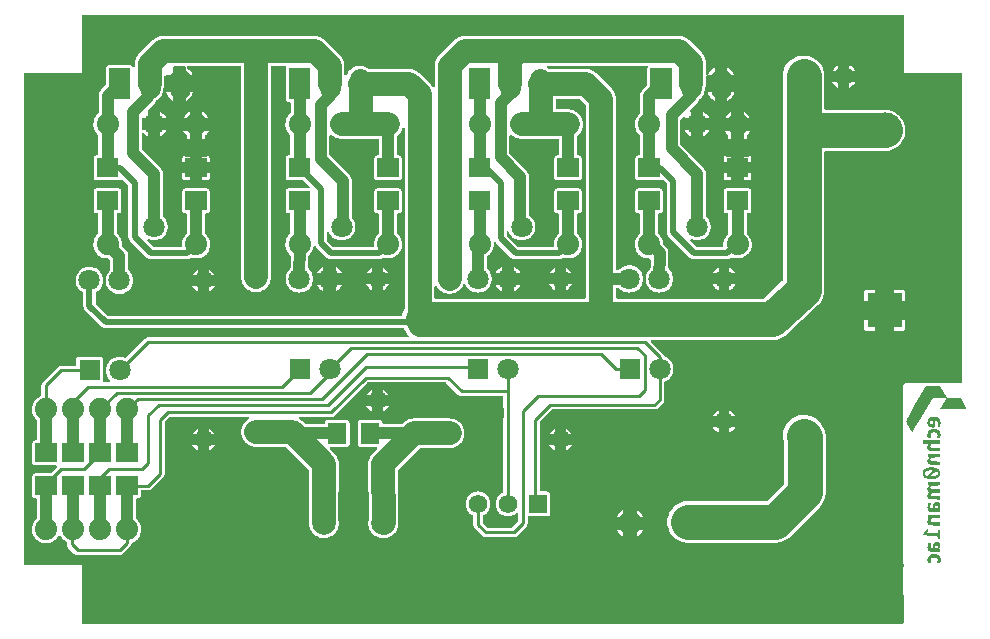
<source format=gbl>
G04 Layer: BottomLayer*
G04 EasyEDA v6.5.5, 2022-05-30 02:48:00*
G04 73416119e20b4d31bc0fda0cb7b7bab3,ed70181f279245e6aff80281ee7dc86a,10*
G04 Gerber Generator version 0.2*
G04 Scale: 100 percent, Rotated: No, Reflected: No *
G04 Dimensions in millimeters *
G04 leading zeros omitted , absolute positions ,4 integer and 5 decimal *
%FSLAX45Y45*%
%MOMM*%

%ADD10C,0.2540*%
%ADD11C,2.0000*%
%ADD12C,0.5080*%
%ADD13C,1.8796*%
%ADD14C,1.6000*%
%ADD15C,1.8000*%
%ADD16R,3.0000X3.0000*%
%ADD17C,3.0000*%
%ADD18C,2.2000*%
%ADD19C,1.5748*%
%ADD20R,1.5748X1.5748*%
%ADD22R,1.8000X1.8000*%
%ADD23C,1.0000*%

%LPD*%
G36*
X1889760Y406908D02*
G01*
X1885848Y407670D01*
X1882597Y409905D01*
X1880362Y413156D01*
X1879600Y417068D01*
X1879600Y900684D01*
X1878584Y901700D01*
X1394968Y901700D01*
X1391056Y902462D01*
X1387805Y904697D01*
X1385570Y907948D01*
X1384808Y911860D01*
X1384808Y5057140D01*
X1385570Y5061051D01*
X1387805Y5064302D01*
X1391056Y5066538D01*
X1394968Y5067300D01*
X1878584Y5067300D01*
X1879600Y5068316D01*
X1879600Y5551932D01*
X1880362Y5555843D01*
X1882597Y5559094D01*
X1885848Y5561330D01*
X1889760Y5562092D01*
X8829040Y5562092D01*
X8832951Y5561330D01*
X8836202Y5559094D01*
X8838438Y5555843D01*
X8839200Y5551932D01*
X8839200Y5068316D01*
X8840216Y5067300D01*
X9322917Y5067300D01*
X9326829Y5066538D01*
X9330131Y5064302D01*
X9332315Y5061051D01*
X9333077Y5057140D01*
X9333585Y2456129D01*
X9332823Y2452268D01*
X9330639Y2448966D01*
X9327337Y2446782D01*
X9323425Y2445969D01*
X8858859Y2445969D01*
X8852560Y2445258D01*
X8847074Y2443378D01*
X8842197Y2440279D01*
X8838082Y2436164D01*
X8835034Y2431288D01*
X8833104Y2425852D01*
X8832392Y2419502D01*
X8832392Y920750D01*
X8833104Y914450D01*
X8835034Y908964D01*
X8837777Y904544D01*
X8839250Y900531D01*
X8838895Y896213D01*
X8836812Y892454D01*
X8833358Y889914D01*
X8829192Y889000D01*
X8826652Y888796D01*
X8826500Y887984D01*
X8835237Y417271D01*
X8834526Y413308D01*
X8832342Y409956D01*
X8828989Y407720D01*
X8825077Y406908D01*
G37*

%LPC*%
G36*
X1842007Y990092D02*
G01*
X2196592Y990092D01*
X2204618Y990904D01*
X2211832Y993089D01*
X2218537Y996645D01*
X2224735Y1001776D01*
X2287524Y1064564D01*
X2292654Y1070762D01*
X2296210Y1077468D01*
X2298395Y1084681D01*
X2299563Y1090117D01*
X2301595Y1093012D01*
X2304491Y1094994D01*
X2317292Y1100886D01*
X2329840Y1108659D01*
X2341372Y1117904D01*
X2351633Y1128522D01*
X2360523Y1140307D01*
X2367889Y1153058D01*
X2373630Y1166672D01*
X2377694Y1180846D01*
X2379980Y1195425D01*
X2380386Y1210208D01*
X2379065Y1224889D01*
X2375916Y1239316D01*
X2370988Y1253236D01*
X2364384Y1266444D01*
X2356256Y1278737D01*
X2346655Y1289964D01*
X2340610Y1295450D01*
X2338171Y1298854D01*
X2337308Y1302969D01*
X2337308Y1458722D01*
X2338070Y1462633D01*
X2340305Y1465884D01*
X2343556Y1468120D01*
X2347468Y1468882D01*
X2350058Y1468882D01*
X2356408Y1469593D01*
X2361844Y1471523D01*
X2366772Y1474571D01*
X2370836Y1478686D01*
X2373934Y1483563D01*
X2375814Y1489049D01*
X2376525Y1495348D01*
X2376525Y1526032D01*
X2377338Y1529943D01*
X2379522Y1533194D01*
X2382824Y1535430D01*
X2386736Y1536192D01*
X2437892Y1536192D01*
X2445918Y1537004D01*
X2453132Y1539189D01*
X2459837Y1542745D01*
X2466035Y1547876D01*
X2566924Y1648764D01*
X2572054Y1654962D01*
X2575610Y1661668D01*
X2577795Y1668881D01*
X2578608Y1676907D01*
X2578608Y2113381D01*
X2579370Y2117293D01*
X2581605Y2120595D01*
X2616504Y2155494D01*
X2619806Y2157730D01*
X2623718Y2158492D01*
X3282696Y2158492D01*
X3286963Y2157577D01*
X3290417Y2154936D01*
X3292500Y2151075D01*
X3292754Y2146706D01*
X3291128Y2142642D01*
X3287979Y2139645D01*
X3281273Y2135581D01*
X3269335Y2126234D01*
X3258565Y2115464D01*
X3249218Y2103526D01*
X3241344Y2090521D01*
X3235096Y2076653D01*
X3230575Y2062124D01*
X3227832Y2047189D01*
X3226917Y2032000D01*
X3227832Y2016810D01*
X3230575Y2001875D01*
X3235096Y1987346D01*
X3241344Y1973478D01*
X3249218Y1960473D01*
X3258565Y1948535D01*
X3269335Y1937766D01*
X3281273Y1928418D01*
X3294278Y1920544D01*
X3308146Y1914296D01*
X3322675Y1909775D01*
X3337610Y1907032D01*
X3353104Y1906066D01*
X3601262Y1906066D01*
X3605123Y1905304D01*
X3608425Y1903120D01*
X3798570Y1712975D01*
X3800805Y1709623D01*
X3801567Y1705711D01*
X3798417Y1271219D01*
X3799230Y1255725D01*
X3801872Y1240739D01*
X3805174Y1229563D01*
X3805631Y1227175D01*
X3810152Y1212646D01*
X3816400Y1198778D01*
X3824274Y1185773D01*
X3833622Y1173835D01*
X3844391Y1163066D01*
X3856329Y1153718D01*
X3869334Y1145844D01*
X3883202Y1139596D01*
X3897731Y1135075D01*
X3912666Y1132332D01*
X3927856Y1131417D01*
X3943045Y1132332D01*
X3957980Y1135075D01*
X3972509Y1139596D01*
X3986377Y1145844D01*
X3999382Y1153718D01*
X4011320Y1163066D01*
X4022090Y1173835D01*
X4031437Y1185773D01*
X4039311Y1198778D01*
X4045559Y1212646D01*
X4050080Y1227175D01*
X4052824Y1242110D01*
X4053738Y1257300D01*
X4052824Y1272489D01*
X4050487Y1285189D01*
X4050334Y1287068D01*
X4053738Y1760677D01*
X4053535Y1769364D01*
X4052976Y1775968D01*
X4051706Y1784502D01*
X4050334Y1790954D01*
X4048048Y1799234D01*
X4045915Y1805482D01*
X4042664Y1813458D01*
X4039768Y1819402D01*
X4035602Y1826920D01*
X4031996Y1832508D01*
X4026966Y1839417D01*
X4022699Y1844548D01*
X4016756Y1850898D01*
X3981653Y1886000D01*
X3979468Y1889302D01*
X3978706Y1893163D01*
X3979468Y1897075D01*
X3981653Y1900377D01*
X3984955Y1902561D01*
X3988866Y1903323D01*
X4118051Y1903323D01*
X4124350Y1904085D01*
X4129836Y1905965D01*
X4134713Y1909064D01*
X4138828Y1913128D01*
X4141876Y1918055D01*
X4143806Y1923491D01*
X4144518Y1929841D01*
X4144518Y2108758D01*
X4143806Y2115108D01*
X4141876Y2120544D01*
X4138828Y2125472D01*
X4134713Y2129536D01*
X4129836Y2132634D01*
X4124350Y2134514D01*
X4118051Y2135225D01*
X3959148Y2135225D01*
X3952849Y2134514D01*
X3947363Y2132634D01*
X3942486Y2129536D01*
X3938371Y2125472D01*
X3935323Y2120544D01*
X3933393Y2115108D01*
X3932682Y2108758D01*
X3932682Y2106168D01*
X3931920Y2102256D01*
X3929684Y2099005D01*
X3926433Y2096770D01*
X3922522Y2096007D01*
X3775862Y2096007D01*
X3771950Y2096770D01*
X3768699Y2099005D01*
X3746754Y2120900D01*
X3741064Y2126234D01*
X3735222Y2131110D01*
X3729126Y2135632D01*
X3722674Y2139797D01*
X3719626Y2142845D01*
X3718102Y2146909D01*
X3718407Y2151227D01*
X3720490Y2154986D01*
X3723944Y2157577D01*
X3728161Y2158492D01*
X3987292Y2158492D01*
X3995318Y2159304D01*
X4002532Y2161489D01*
X4009237Y2165045D01*
X4015435Y2170176D01*
X4292904Y2447594D01*
X4296206Y2449830D01*
X4300118Y2450592D01*
X4958181Y2450592D01*
X4962093Y2449830D01*
X4965395Y2447594D01*
X5065064Y2347976D01*
X5071262Y2342845D01*
X5077968Y2339289D01*
X5085181Y2337104D01*
X5093208Y2336292D01*
X5437733Y2336292D01*
X5441645Y2335530D01*
X5444896Y2333345D01*
X5447131Y2330043D01*
X5447893Y2326132D01*
X5448300Y2150872D01*
X5447792Y2145284D01*
X5447792Y1526082D01*
X5447080Y1522425D01*
X5445099Y1519224D01*
X5442102Y1516989D01*
X5434076Y1513027D01*
X5422696Y1505407D01*
X5412435Y1496364D01*
X5403392Y1486103D01*
X5395772Y1474724D01*
X5389727Y1462430D01*
X5385358Y1449476D01*
X5382666Y1436065D01*
X5381752Y1422400D01*
X5382666Y1408734D01*
X5385358Y1395323D01*
X5389727Y1382369D01*
X5395772Y1370076D01*
X5403392Y1358696D01*
X5412435Y1348435D01*
X5422696Y1339392D01*
X5434076Y1331772D01*
X5446369Y1325727D01*
X5459323Y1321358D01*
X5472734Y1318666D01*
X5486400Y1317752D01*
X5500065Y1318666D01*
X5513476Y1321358D01*
X5526430Y1325727D01*
X5538724Y1331772D01*
X5550103Y1339392D01*
X5557926Y1346250D01*
X5561279Y1348232D01*
X5565089Y1348790D01*
X5568848Y1347876D01*
X5571947Y1345641D01*
X5574080Y1342440D01*
X5574792Y1338630D01*
X5574792Y1277518D01*
X5574030Y1273606D01*
X5571794Y1270304D01*
X5524195Y1222705D01*
X5520893Y1220470D01*
X5516981Y1219708D01*
X5316118Y1219708D01*
X5312206Y1220470D01*
X5308904Y1222705D01*
X5274005Y1257604D01*
X5271770Y1260906D01*
X5271008Y1264818D01*
X5271008Y1318717D01*
X5271719Y1322374D01*
X5273700Y1325575D01*
X5276697Y1327810D01*
X5284724Y1331772D01*
X5296103Y1339392D01*
X5306364Y1348435D01*
X5315407Y1358696D01*
X5323027Y1370076D01*
X5329072Y1382369D01*
X5333441Y1395323D01*
X5336133Y1408734D01*
X5337048Y1422400D01*
X5336133Y1436065D01*
X5333441Y1449476D01*
X5329072Y1462430D01*
X5323027Y1474724D01*
X5315407Y1486103D01*
X5306364Y1496364D01*
X5296103Y1505407D01*
X5284724Y1513027D01*
X5272430Y1519072D01*
X5259476Y1523441D01*
X5246065Y1526133D01*
X5232400Y1527048D01*
X5218734Y1526133D01*
X5205323Y1523441D01*
X5192369Y1519072D01*
X5180076Y1513027D01*
X5168696Y1505407D01*
X5158435Y1496364D01*
X5149392Y1486103D01*
X5141772Y1474724D01*
X5135727Y1462430D01*
X5131358Y1449476D01*
X5128666Y1436065D01*
X5127752Y1422400D01*
X5128666Y1408734D01*
X5131358Y1395323D01*
X5135727Y1382369D01*
X5141772Y1370076D01*
X5149392Y1358696D01*
X5158435Y1348435D01*
X5168696Y1339392D01*
X5180076Y1331772D01*
X5188102Y1327810D01*
X5191099Y1325575D01*
X5193080Y1322374D01*
X5193792Y1318717D01*
X5193792Y1245108D01*
X5194604Y1237081D01*
X5196789Y1229868D01*
X5200345Y1223162D01*
X5205476Y1216964D01*
X5268264Y1154176D01*
X5274462Y1149045D01*
X5281168Y1145489D01*
X5288381Y1143304D01*
X5296408Y1142492D01*
X5536692Y1142492D01*
X5544718Y1143304D01*
X5551932Y1145489D01*
X5558637Y1149045D01*
X5564835Y1154176D01*
X5640324Y1229664D01*
X5645454Y1235862D01*
X5649010Y1242568D01*
X5651195Y1249781D01*
X5652008Y1257808D01*
X5652008Y1307592D01*
X5652770Y1311503D01*
X5655005Y1314754D01*
X5658256Y1316990D01*
X5662168Y1317752D01*
X5818581Y1317752D01*
X5824880Y1318463D01*
X5830366Y1320393D01*
X5835243Y1323441D01*
X5839358Y1327556D01*
X5842406Y1332433D01*
X5844336Y1337919D01*
X5845048Y1344218D01*
X5845048Y1500581D01*
X5844336Y1506880D01*
X5842406Y1512366D01*
X5839358Y1517243D01*
X5835243Y1521358D01*
X5830366Y1524406D01*
X5824880Y1526336D01*
X5818581Y1527048D01*
X5763768Y1527048D01*
X5759856Y1527810D01*
X5756605Y1530045D01*
X5754370Y1533296D01*
X5753608Y1537208D01*
X5753608Y2113381D01*
X5754370Y2117293D01*
X5756605Y2120595D01*
X5855004Y2218994D01*
X5858306Y2221230D01*
X5862218Y2221992D01*
X6724142Y2221992D01*
X6732168Y2222804D01*
X6739381Y2224989D01*
X6746087Y2228545D01*
X6752285Y2233676D01*
X6779006Y2260346D01*
X6780936Y2261870D01*
X6783831Y2263089D01*
X6790537Y2266645D01*
X6796379Y2271420D01*
X6801154Y2277262D01*
X6804710Y2283968D01*
X6806895Y2291181D01*
X6808165Y2305456D01*
X6807708Y2310739D01*
X6807708Y2449068D01*
X6808419Y2452776D01*
X6810451Y2456027D01*
X6813550Y2458262D01*
X6825437Y2463850D01*
X6837730Y2471623D01*
X6848957Y2480919D01*
X6858914Y2491536D01*
X6867448Y2503271D01*
X6874459Y2516022D01*
X6879844Y2529586D01*
X6883450Y2543657D01*
X6885279Y2558135D01*
X6885279Y2572664D01*
X6883450Y2587091D01*
X6879844Y2601214D01*
X6874459Y2614726D01*
X6867448Y2627477D01*
X6858914Y2639263D01*
X6848957Y2649880D01*
X6837730Y2659126D01*
X6825437Y2666949D01*
X6809333Y2674620D01*
X6807098Y2676956D01*
X6805218Y2681224D01*
X6801662Y2687929D01*
X6796531Y2694127D01*
X6699453Y2791256D01*
X6697268Y2794558D01*
X6696456Y2798419D01*
X6697268Y2802331D01*
X6699453Y2805633D01*
X6702755Y2807817D01*
X6706616Y2808579D01*
X7721498Y2808579D01*
X7728407Y2808732D01*
X7739532Y2809494D01*
X7746136Y2810306D01*
X7757159Y2812237D01*
X7763611Y2813710D01*
X7774431Y2816707D01*
X7780680Y2818841D01*
X7791094Y2822905D01*
X7797139Y2825648D01*
X7807096Y2830779D01*
X7812836Y2834132D01*
X7822234Y2840228D01*
X7827568Y2844088D01*
X7836306Y2851150D01*
X7841437Y2855722D01*
X8109305Y3104743D01*
X8121751Y3117850D01*
X8132673Y3131921D01*
X8142071Y3147060D01*
X8149945Y3163062D01*
X8156143Y3179724D01*
X8160613Y3196996D01*
X8163306Y3214624D01*
X8164220Y3232658D01*
X8164220Y4398619D01*
X8164982Y4402531D01*
X8167166Y4405833D01*
X8170468Y4408017D01*
X8174380Y4408779D01*
X8673846Y4408779D01*
X8691880Y4409694D01*
X8709507Y4412386D01*
X8726779Y4416856D01*
X8743442Y4423054D01*
X8760764Y4431639D01*
X8776004Y4441342D01*
X8790228Y4452569D01*
X8803233Y4465269D01*
X8814663Y4478985D01*
X8824823Y4493971D01*
X8833358Y4509973D01*
X8839098Y4523740D01*
X8844432Y4540758D01*
X8847988Y4558182D01*
X8848547Y4561992D01*
X8849766Y4575911D01*
X8849918Y4579975D01*
X8849766Y4593793D01*
X8849512Y4598060D01*
X8847937Y4611522D01*
X8847175Y4616043D01*
X8844330Y4628946D01*
X8843060Y4633671D01*
X8838996Y4645964D01*
X8837117Y4650790D01*
X8831935Y4662322D01*
X8829446Y4667199D01*
X8823299Y4677867D01*
X8820150Y4682744D01*
X8813088Y4692497D01*
X8809278Y4697272D01*
X8801506Y4706010D01*
X8796985Y4710582D01*
X8788552Y4718253D01*
X8783370Y4722520D01*
X8774480Y4729175D01*
X8768638Y4733036D01*
X8759342Y4738573D01*
X8752789Y4742027D01*
X8743442Y4746345D01*
X8736177Y4749292D01*
X8726728Y4752543D01*
X8718905Y4754778D01*
X8709507Y4757013D01*
X8701176Y4758486D01*
X8691880Y4759706D01*
X8683142Y4760366D01*
X8673947Y4760620D01*
X8174380Y4760620D01*
X8170468Y4761382D01*
X8167166Y4763566D01*
X8164982Y4766868D01*
X8164220Y4770780D01*
X8164220Y5041646D01*
X8163306Y5059680D01*
X8160613Y5077307D01*
X8156143Y5094579D01*
X8149945Y5111242D01*
X8142071Y5127244D01*
X8132673Y5142382D01*
X8121751Y5156454D01*
X8109508Y5169408D01*
X8095945Y5180990D01*
X8081365Y5191150D01*
X8065770Y5199837D01*
X8049412Y5206847D01*
X8032394Y5212181D01*
X8014919Y5215788D01*
X7997190Y5217566D01*
X7979409Y5217566D01*
X7961680Y5215788D01*
X7944205Y5212181D01*
X7927187Y5206847D01*
X7910830Y5199837D01*
X7895234Y5191150D01*
X7880654Y5180990D01*
X7867091Y5169408D01*
X7854848Y5156454D01*
X7843926Y5142382D01*
X7834528Y5127244D01*
X7826654Y5111242D01*
X7820456Y5094579D01*
X7815986Y5077307D01*
X7813294Y5059680D01*
X7812379Y5041646D01*
X7812379Y3313480D01*
X7811566Y3309416D01*
X7809128Y3306064D01*
X7655407Y3163112D01*
X7652207Y3161131D01*
X7648498Y3160420D01*
X6409893Y3160420D01*
X6405981Y3161182D01*
X6402679Y3163366D01*
X6400495Y3166668D01*
X6399733Y3170580D01*
X6399733Y3241344D01*
X6400495Y3245256D01*
X6402679Y3248507D01*
X6405981Y3250742D01*
X6409893Y3251504D01*
X6422796Y3251504D01*
X6426809Y3250692D01*
X6430213Y3248304D01*
X6435242Y3242919D01*
X6446469Y3233623D01*
X6458762Y3225850D01*
X6471920Y3219653D01*
X6485788Y3215132D01*
X6500063Y3212388D01*
X6514592Y3211474D01*
X6529120Y3212388D01*
X6543395Y3215132D01*
X6557264Y3219653D01*
X6570421Y3225850D01*
X6582714Y3233623D01*
X6593941Y3242919D01*
X6603898Y3253536D01*
X6612432Y3265271D01*
X6619443Y3278022D01*
X6624828Y3291586D01*
X6628434Y3305657D01*
X6630263Y3320084D01*
X6630263Y3334664D01*
X6628434Y3349091D01*
X6624828Y3363214D01*
X6619443Y3376726D01*
X6612432Y3389477D01*
X6603898Y3401263D01*
X6593941Y3411880D01*
X6582714Y3421126D01*
X6570421Y3428949D01*
X6557264Y3435146D01*
X6543395Y3439617D01*
X6529120Y3442360D01*
X6514592Y3443274D01*
X6500063Y3442360D01*
X6485788Y3439617D01*
X6471920Y3435146D01*
X6458762Y3428949D01*
X6446469Y3421126D01*
X6435242Y3411880D01*
X6430264Y3406546D01*
X6426860Y3404158D01*
X6422847Y3403295D01*
X6409893Y3403295D01*
X6405981Y3404108D01*
X6402679Y3406292D01*
X6400495Y3409594D01*
X6399733Y3413455D01*
X6399733Y4851247D01*
X6399479Y4859020D01*
X6398768Y4866589D01*
X6397650Y4874107D01*
X6396024Y4881524D01*
X6393992Y4888839D01*
X6391503Y4896053D01*
X6388608Y4903063D01*
X6385306Y4909921D01*
X6381546Y4916525D01*
X6377432Y4922926D01*
X6372910Y4929022D01*
X6368034Y4934864D01*
X6362700Y4940554D01*
X6236462Y5066792D01*
X6230772Y5072126D01*
X6224930Y5077002D01*
X6218834Y5081524D01*
X6212433Y5085638D01*
X6205829Y5089398D01*
X6198971Y5092700D01*
X6191961Y5095595D01*
X6184747Y5098084D01*
X6177432Y5100116D01*
X6170015Y5101742D01*
X6162497Y5102860D01*
X6154928Y5103571D01*
X6147155Y5103774D01*
X5834583Y5103774D01*
X5830824Y5104536D01*
X5818225Y5113528D01*
X5815431Y5116626D01*
X5814110Y5120690D01*
X5814568Y5124856D01*
X5816650Y5128514D01*
X5820105Y5131003D01*
X5824220Y5131866D01*
X6658305Y5131866D01*
X6662115Y5131155D01*
X6665315Y5129072D01*
X6667550Y5125923D01*
X6668465Y5122164D01*
X6667906Y5118354D01*
X6666585Y5114645D01*
X6665874Y5108346D01*
X6665874Y4974539D01*
X6665112Y4970678D01*
X6662928Y4967376D01*
X6624675Y4929073D01*
X6617614Y4920234D01*
X6612991Y4912614D01*
X6611874Y4910429D01*
X6608470Y4902200D01*
X6607708Y4899863D01*
X6605574Y4891227D01*
X6605168Y4888788D01*
X6604355Y4879949D01*
X6604304Y4732680D01*
X6603441Y4728565D01*
X6600952Y4725162D01*
X6594144Y4718964D01*
X6584543Y4707737D01*
X6576415Y4695444D01*
X6569811Y4682236D01*
X6564884Y4668316D01*
X6561734Y4653889D01*
X6560413Y4639208D01*
X6560820Y4624425D01*
X6563106Y4609846D01*
X6567170Y4595672D01*
X6572910Y4582058D01*
X6580276Y4569307D01*
X6589166Y4557522D01*
X6599681Y4546701D01*
X6602475Y4543196D01*
X6603492Y4538776D01*
X6603492Y4383278D01*
X6602730Y4379366D01*
X6600494Y4376115D01*
X6597243Y4373880D01*
X6593331Y4373118D01*
X6590741Y4373118D01*
X6584391Y4372406D01*
X6578955Y4370476D01*
X6574028Y4367428D01*
X6569964Y4363313D01*
X6566865Y4358436D01*
X6564985Y4352950D01*
X6564274Y4346651D01*
X6564274Y4187748D01*
X6564985Y4181449D01*
X6566865Y4175963D01*
X6569964Y4171086D01*
X6574028Y4166971D01*
X6578955Y4163923D01*
X6584391Y4161993D01*
X6590741Y4161282D01*
X6769658Y4161282D01*
X6776008Y4161993D01*
X6781444Y4163923D01*
X6785864Y4166666D01*
X6789013Y4167987D01*
X6792417Y4168190D01*
X6795719Y4167225D01*
X6798462Y4165244D01*
X6829094Y4134612D01*
X6831330Y4131310D01*
X6832092Y4127449D01*
X6832092Y3721303D01*
X6832295Y3716629D01*
X6832904Y3712210D01*
X6833870Y3707841D01*
X6835190Y3703574D01*
X6836918Y3699408D01*
X6838950Y3695446D01*
X6841388Y3691686D01*
X6844080Y3688130D01*
X6847281Y3684676D01*
X7024776Y3507181D01*
X7028230Y3503980D01*
X7031786Y3501288D01*
X7035546Y3498850D01*
X7039508Y3496818D01*
X7043674Y3495090D01*
X7047941Y3493770D01*
X7052309Y3492804D01*
X7056729Y3492195D01*
X7061403Y3491992D01*
X7340396Y3491992D01*
X7345070Y3492195D01*
X7349490Y3492804D01*
X7353858Y3493770D01*
X7358125Y3495090D01*
X7362291Y3496818D01*
X7366253Y3498850D01*
X7370013Y3501288D01*
X7373467Y3503929D01*
X7375398Y3505809D01*
X7378649Y3507892D01*
X7382408Y3508654D01*
X7386167Y3507994D01*
X7393178Y3505250D01*
X7407452Y3501694D01*
X7422134Y3499865D01*
X7436866Y3499865D01*
X7451547Y3501694D01*
X7465822Y3505250D01*
X7479588Y3510584D01*
X7492593Y3517595D01*
X7504633Y3526129D01*
X7515555Y3536035D01*
X7525156Y3547262D01*
X7533284Y3559556D01*
X7539888Y3572764D01*
X7544816Y3586683D01*
X7547965Y3601110D01*
X7549337Y3615791D01*
X7548880Y3630574D01*
X7546594Y3645154D01*
X7542530Y3659327D01*
X7536789Y3672941D01*
X7529423Y3685692D01*
X7520533Y3697478D01*
X7510018Y3708298D01*
X7507224Y3711803D01*
X7506208Y3716223D01*
X7506208Y3871722D01*
X7506970Y3875633D01*
X7509205Y3878884D01*
X7512456Y3881120D01*
X7516368Y3881882D01*
X7518958Y3881882D01*
X7525308Y3882593D01*
X7530744Y3884523D01*
X7535672Y3887571D01*
X7539736Y3891686D01*
X7542834Y3896563D01*
X7544714Y3902049D01*
X7545476Y3908348D01*
X7545476Y4067251D01*
X7544714Y4073550D01*
X7542834Y4079036D01*
X7539736Y4083913D01*
X7535672Y4088028D01*
X7530744Y4091076D01*
X7525308Y4093006D01*
X7518958Y4093718D01*
X7340041Y4093718D01*
X7333691Y4093006D01*
X7328255Y4091076D01*
X7323328Y4088028D01*
X7319264Y4083913D01*
X7316165Y4079036D01*
X7314285Y4073550D01*
X7313574Y4067251D01*
X7313574Y3908348D01*
X7314285Y3902049D01*
X7316165Y3896563D01*
X7319264Y3891686D01*
X7323328Y3887571D01*
X7328255Y3884523D01*
X7333691Y3882593D01*
X7340041Y3881882D01*
X7342631Y3881882D01*
X7346543Y3881120D01*
X7349794Y3878884D01*
X7352030Y3875633D01*
X7352792Y3871722D01*
X7352792Y3716223D01*
X7351775Y3711803D01*
X7348728Y3708095D01*
X7338466Y3697478D01*
X7329576Y3685692D01*
X7322210Y3672941D01*
X7316470Y3659327D01*
X7312406Y3645154D01*
X7310120Y3630574D01*
X7309713Y3615791D01*
X7310628Y3605682D01*
X7310120Y3601516D01*
X7308037Y3597910D01*
X7304633Y3595471D01*
X7300518Y3594608D01*
X7086650Y3594608D01*
X7082790Y3595370D01*
X7079488Y3597605D01*
X7032548Y3644493D01*
X7030161Y3648303D01*
X7029653Y3652774D01*
X7031075Y3657041D01*
X7034225Y3660241D01*
X7038441Y3661765D01*
X7042912Y3661359D01*
X7057796Y3656431D01*
X7072071Y3653739D01*
X7086600Y3652824D01*
X7101128Y3653739D01*
X7115403Y3656431D01*
X7129272Y3660952D01*
X7142429Y3667150D01*
X7154722Y3674922D01*
X7165949Y3684219D01*
X7175906Y3694836D01*
X7184440Y3706622D01*
X7191451Y3719372D01*
X7196836Y3732885D01*
X7200442Y3746957D01*
X7202271Y3761435D01*
X7202271Y3775964D01*
X7200442Y3790391D01*
X7196836Y3804513D01*
X7191451Y3818026D01*
X7184440Y3830777D01*
X7175906Y3842562D01*
X7165289Y3853789D01*
X7163206Y3857040D01*
X7162495Y3860800D01*
X7162444Y4219041D01*
X7161631Y4227880D01*
X7161225Y4230319D01*
X7159091Y4238955D01*
X7158329Y4241292D01*
X7154925Y4249521D01*
X7153808Y4251706D01*
X7149185Y4259326D01*
X7142124Y4268165D01*
X6949592Y4460748D01*
X6947357Y4464050D01*
X6946595Y4467961D01*
X6946595Y4676038D01*
X6947357Y4679950D01*
X6949592Y4683252D01*
X6964984Y4698644D01*
X6968490Y4700930D01*
X6972604Y4701590D01*
X6976668Y4700524D01*
X6979970Y4697933D01*
X6981901Y4694224D01*
X6982206Y4690059D01*
X7035241Y4690059D01*
X7035241Y4742942D01*
X7033869Y4742586D01*
X7029907Y4743246D01*
X7026503Y4745380D01*
X7024166Y4748682D01*
X7023303Y4752644D01*
X7024065Y4756607D01*
X7026300Y4759960D01*
X7091324Y4825034D01*
X7098385Y4833874D01*
X7103008Y4841494D01*
X7104278Y4844034D01*
X7106920Y4847336D01*
X7109459Y4849418D01*
X7120280Y4859578D01*
X7129525Y4870805D01*
X7137349Y4883048D01*
X7143546Y4896256D01*
X7148017Y4910074D01*
X7150760Y4924348D01*
X7150912Y4926939D01*
X7151827Y4930444D01*
X7153503Y4934254D01*
X7158024Y4948732D01*
X7160768Y4963718D01*
X7161733Y4979212D01*
X7161733Y5039106D01*
X7162495Y5042966D01*
X7164679Y5046268D01*
X7167981Y5048453D01*
X7171893Y5049266D01*
X7238441Y5049266D01*
X7238441Y5121656D01*
X7227671Y5115763D01*
X7215936Y5107178D01*
X7205319Y5097221D01*
X7196023Y5085994D01*
X7188250Y5073751D01*
X7182053Y5060543D01*
X7181545Y5059019D01*
X7179513Y5055463D01*
X7176262Y5052974D01*
X7172299Y5052009D01*
X7168286Y5052618D01*
X7164831Y5054803D01*
X7162546Y5058156D01*
X7161733Y5062169D01*
X7161733Y5156047D01*
X7161479Y5163820D01*
X7160768Y5171389D01*
X7159650Y5178907D01*
X7158024Y5186324D01*
X7155992Y5193639D01*
X7153503Y5200853D01*
X7150608Y5207863D01*
X7147306Y5214721D01*
X7143546Y5221325D01*
X7139431Y5227726D01*
X7134910Y5233822D01*
X7130034Y5239664D01*
X7124700Y5245354D01*
X7023353Y5346700D01*
X7017664Y5352034D01*
X7011822Y5356910D01*
X7005726Y5361432D01*
X6999325Y5365546D01*
X6992721Y5369306D01*
X6985863Y5372608D01*
X6978853Y5375503D01*
X6971639Y5377992D01*
X6964324Y5380024D01*
X6956907Y5381650D01*
X6949389Y5382768D01*
X6941820Y5383479D01*
X6934047Y5383682D01*
X5118252Y5383682D01*
X5110480Y5383479D01*
X5102910Y5382768D01*
X5095392Y5381650D01*
X5087975Y5380024D01*
X5080660Y5377992D01*
X5073446Y5375503D01*
X5066436Y5372608D01*
X5059578Y5369306D01*
X5052974Y5365546D01*
X5046573Y5361432D01*
X5040477Y5356910D01*
X5034635Y5352034D01*
X5028946Y5346700D01*
X4902200Y5219954D01*
X4896866Y5214264D01*
X4891989Y5208422D01*
X4887468Y5202326D01*
X4883353Y5195925D01*
X4879594Y5189321D01*
X4876292Y5182463D01*
X4873396Y5175453D01*
X4870907Y5168239D01*
X4868875Y5160924D01*
X4867249Y5153507D01*
X4866132Y5145989D01*
X4865420Y5138420D01*
X4865217Y5130647D01*
X4865217Y4957267D01*
X4864252Y4952949D01*
X4861560Y4949444D01*
X4857597Y4947412D01*
X4853178Y4947259D01*
X4849114Y4948986D01*
X4846167Y4952288D01*
X4840732Y4961026D01*
X4836210Y4967122D01*
X4831334Y4972964D01*
X4826000Y4978654D01*
X4737862Y5066792D01*
X4732223Y5072126D01*
X4726330Y5077002D01*
X4720234Y5081524D01*
X4713833Y5085638D01*
X4707229Y5089347D01*
X4700371Y5092700D01*
X4693361Y5095595D01*
X4686147Y5098084D01*
X4678832Y5100116D01*
X4671415Y5101742D01*
X4663897Y5102860D01*
X4656328Y5103571D01*
X4648555Y5103774D01*
X4310583Y5103825D01*
X4306824Y5104536D01*
X4291177Y5115763D01*
X4278426Y5122773D01*
X4264914Y5128107D01*
X4250791Y5131714D01*
X4236364Y5133543D01*
X4221784Y5133543D01*
X4207357Y5131714D01*
X4193286Y5128107D01*
X4179722Y5122773D01*
X4166971Y5115763D01*
X4155236Y5107178D01*
X4144619Y5097221D01*
X4135323Y5085994D01*
X4127550Y5073751D01*
X4121353Y5060543D01*
X4120845Y5059019D01*
X4118813Y5055463D01*
X4115562Y5052974D01*
X4111599Y5052009D01*
X4107586Y5052618D01*
X4104132Y5054803D01*
X4101846Y5058156D01*
X4101033Y5062169D01*
X4101033Y5130647D01*
X4100779Y5138420D01*
X4100068Y5145989D01*
X4098950Y5153507D01*
X4097324Y5160924D01*
X4095292Y5168239D01*
X4092803Y5175453D01*
X4089908Y5182463D01*
X4086606Y5189321D01*
X4082846Y5195925D01*
X4078732Y5202326D01*
X4074210Y5208422D01*
X4069334Y5214264D01*
X4064000Y5219954D01*
X3937254Y5346700D01*
X3931564Y5352034D01*
X3925722Y5356910D01*
X3919626Y5361432D01*
X3913225Y5365546D01*
X3906621Y5369306D01*
X3899763Y5372608D01*
X3892753Y5375503D01*
X3885539Y5377992D01*
X3878224Y5380024D01*
X3870807Y5381650D01*
X3863289Y5382768D01*
X3855720Y5383479D01*
X3847947Y5383682D01*
X2565552Y5383682D01*
X2557780Y5383479D01*
X2550210Y5382768D01*
X2542692Y5381650D01*
X2535275Y5380024D01*
X2527960Y5377992D01*
X2520746Y5375503D01*
X2513736Y5372608D01*
X2506878Y5369306D01*
X2500274Y5365546D01*
X2493873Y5361432D01*
X2487777Y5356910D01*
X2481935Y5352034D01*
X2476246Y5346700D01*
X2362200Y5232654D01*
X2356866Y5226964D01*
X2351989Y5221122D01*
X2347468Y5215026D01*
X2343353Y5208625D01*
X2339594Y5202021D01*
X2336292Y5195163D01*
X2333396Y5188153D01*
X2330907Y5180939D01*
X2328875Y5173624D01*
X2327249Y5166207D01*
X2326132Y5158689D01*
X2325420Y5151120D01*
X2325166Y5143347D01*
X2325166Y5131663D01*
X2324404Y5127752D01*
X2322220Y5124450D01*
X2318918Y5122265D01*
X2315057Y5121503D01*
X2311146Y5122265D01*
X2307844Y5124450D01*
X2303221Y5129123D01*
X2298293Y5132171D01*
X2292858Y5134102D01*
X2286508Y5134813D01*
X2107641Y5134813D01*
X2101342Y5134102D01*
X2095906Y5132171D01*
X2090978Y5129123D01*
X2086914Y5125008D01*
X2083816Y5120132D01*
X2081885Y5114645D01*
X2081174Y5108346D01*
X2081174Y4974539D01*
X2080412Y4970678D01*
X2078228Y4967376D01*
X2039975Y4929073D01*
X2032914Y4920234D01*
X2028291Y4912614D01*
X2027174Y4910429D01*
X2023770Y4902200D01*
X2023008Y4899863D01*
X2020874Y4891227D01*
X2020468Y4888788D01*
X2019655Y4879949D01*
X2019604Y4732680D01*
X2018741Y4728565D01*
X2016252Y4725162D01*
X2009444Y4718964D01*
X1999843Y4707737D01*
X1991715Y4695444D01*
X1985111Y4682236D01*
X1980184Y4668316D01*
X1977034Y4653889D01*
X1975713Y4639208D01*
X1976120Y4624425D01*
X1978406Y4609846D01*
X1982470Y4595672D01*
X1988210Y4582058D01*
X1995576Y4569307D01*
X2004466Y4557522D01*
X2014982Y4546701D01*
X2017775Y4543196D01*
X2018792Y4538776D01*
X2018792Y4383278D01*
X2018030Y4379366D01*
X2015794Y4376115D01*
X2012543Y4373880D01*
X2008632Y4373118D01*
X2006041Y4373118D01*
X1999691Y4372406D01*
X1994255Y4370476D01*
X1989328Y4367428D01*
X1985264Y4363313D01*
X1982165Y4358436D01*
X1980285Y4352950D01*
X1979574Y4346651D01*
X1979574Y4187748D01*
X1980285Y4181449D01*
X1982165Y4175963D01*
X1985264Y4171086D01*
X1989328Y4166971D01*
X1994255Y4163923D01*
X1999691Y4161993D01*
X2006041Y4161282D01*
X2184958Y4161282D01*
X2191308Y4161993D01*
X2196744Y4163923D01*
X2201672Y4166971D01*
X2206040Y4171340D01*
X2209342Y4173575D01*
X2213203Y4174337D01*
X2217115Y4173575D01*
X2220366Y4171340D01*
X2269794Y4121912D01*
X2272030Y4118610D01*
X2272792Y4114749D01*
X2272792Y3683203D01*
X2272995Y3678529D01*
X2273604Y3674110D01*
X2274570Y3669741D01*
X2275890Y3665474D01*
X2277618Y3661308D01*
X2279650Y3657346D01*
X2282088Y3653586D01*
X2284780Y3650030D01*
X2287981Y3646576D01*
X2427376Y3507181D01*
X2430830Y3503980D01*
X2434386Y3501288D01*
X2438146Y3498850D01*
X2442108Y3496818D01*
X2446274Y3495090D01*
X2450541Y3493770D01*
X2454910Y3492804D01*
X2459329Y3492195D01*
X2464003Y3491992D01*
X2768396Y3491992D01*
X2773070Y3492195D01*
X2777490Y3492804D01*
X2781858Y3493770D01*
X2786126Y3495090D01*
X2790291Y3496818D01*
X2794254Y3498850D01*
X2797962Y3501237D01*
X2800553Y3503320D01*
X2803448Y3504895D01*
X2806700Y3505504D01*
X2809951Y3505047D01*
X2815539Y3503269D01*
X2830068Y3500526D01*
X2844800Y3499612D01*
X2859532Y3500526D01*
X2874060Y3503269D01*
X2888081Y3507740D01*
X2901492Y3513886D01*
X2914040Y3521659D01*
X2925572Y3530904D01*
X2935833Y3541522D01*
X2944723Y3553307D01*
X2952089Y3566058D01*
X2957830Y3579672D01*
X2961894Y3593846D01*
X2964180Y3608425D01*
X2964586Y3623208D01*
X2963265Y3637889D01*
X2960116Y3652316D01*
X2955188Y3666236D01*
X2948584Y3679444D01*
X2940456Y3691737D01*
X2930855Y3702964D01*
X2924810Y3708450D01*
X2922371Y3711854D01*
X2921508Y3715969D01*
X2921508Y3871722D01*
X2922270Y3875633D01*
X2924505Y3878884D01*
X2927756Y3881120D01*
X2931668Y3881882D01*
X2934258Y3881882D01*
X2940608Y3882593D01*
X2946044Y3884523D01*
X2950972Y3887571D01*
X2955036Y3891686D01*
X2958134Y3896563D01*
X2960014Y3902049D01*
X2960725Y3908348D01*
X2960725Y4067251D01*
X2960014Y4073550D01*
X2958134Y4079036D01*
X2955036Y4083913D01*
X2950972Y4088028D01*
X2946044Y4091076D01*
X2940608Y4093006D01*
X2934258Y4093718D01*
X2755341Y4093718D01*
X2748991Y4093006D01*
X2743555Y4091076D01*
X2738628Y4088028D01*
X2734564Y4083913D01*
X2731465Y4079036D01*
X2729585Y4073550D01*
X2728874Y4067251D01*
X2728874Y3908348D01*
X2729585Y3902049D01*
X2731465Y3896563D01*
X2734564Y3891686D01*
X2738628Y3887571D01*
X2743555Y3884523D01*
X2748991Y3882593D01*
X2755341Y3881882D01*
X2757932Y3881882D01*
X2761843Y3881120D01*
X2765094Y3878884D01*
X2767330Y3875633D01*
X2768092Y3871722D01*
X2768092Y3715969D01*
X2767228Y3711854D01*
X2764790Y3708450D01*
X2758744Y3702964D01*
X2749143Y3691737D01*
X2741015Y3679444D01*
X2734411Y3666236D01*
X2729484Y3652316D01*
X2726334Y3637889D01*
X2725013Y3623208D01*
X2725420Y3608425D01*
X2725775Y3606342D01*
X2725521Y3601974D01*
X2723438Y3598164D01*
X2719984Y3595522D01*
X2715717Y3594608D01*
X2489250Y3594608D01*
X2485390Y3595370D01*
X2482088Y3597605D01*
X2435148Y3644493D01*
X2432761Y3648303D01*
X2432253Y3652774D01*
X2433675Y3657041D01*
X2436825Y3660241D01*
X2441041Y3661765D01*
X2445512Y3661359D01*
X2460396Y3656431D01*
X2474671Y3653739D01*
X2489200Y3652824D01*
X2503728Y3653739D01*
X2518003Y3656431D01*
X2531872Y3660952D01*
X2545029Y3667150D01*
X2557322Y3674922D01*
X2568549Y3684219D01*
X2578506Y3694836D01*
X2587040Y3706622D01*
X2594051Y3719372D01*
X2599436Y3732885D01*
X2603042Y3746957D01*
X2604871Y3761435D01*
X2604871Y3775964D01*
X2603042Y3790391D01*
X2599436Y3804513D01*
X2594051Y3818026D01*
X2587040Y3830777D01*
X2578506Y3842562D01*
X2567889Y3853789D01*
X2565806Y3857040D01*
X2565095Y3860800D01*
X2565044Y4218533D01*
X2564231Y4227372D01*
X2563825Y4229811D01*
X2561691Y4238447D01*
X2560929Y4240784D01*
X2557526Y4249013D01*
X2556408Y4251198D01*
X2551785Y4258818D01*
X2544724Y4267657D01*
X2390292Y4422140D01*
X2388057Y4425442D01*
X2387295Y4429353D01*
X2387295Y4552594D01*
X2388108Y4556506D01*
X2390343Y4559858D01*
X2393746Y4562043D01*
X2397658Y4562754D01*
X2401620Y4561890D01*
X2404872Y4559554D01*
X2409850Y4554220D01*
X2421077Y4544974D01*
X2433370Y4537151D01*
X2437841Y4535068D01*
X2437841Y4587341D01*
X2397455Y4587341D01*
X2393594Y4588103D01*
X2390292Y4590338D01*
X2388057Y4593640D01*
X2387295Y4597501D01*
X2387295Y4679899D01*
X2388057Y4683760D01*
X2390292Y4687062D01*
X2393594Y4689297D01*
X2397455Y4690059D01*
X2437841Y4690059D01*
X2437841Y4751984D01*
X2438603Y4755896D01*
X2440838Y4759198D01*
X2493924Y4812334D01*
X2500985Y4821174D01*
X2505608Y4828794D01*
X2508656Y4835906D01*
X2510078Y4838395D01*
X2512161Y4840427D01*
X2524963Y4849622D01*
X2535580Y4859578D01*
X2544826Y4870805D01*
X2552649Y4883048D01*
X2558846Y4896256D01*
X2563317Y4910074D01*
X2566060Y4924348D01*
X2566212Y4926939D01*
X2567127Y4930444D01*
X2568803Y4934254D01*
X2573324Y4948783D01*
X2576068Y4963718D01*
X2577033Y4979212D01*
X2577033Y5039106D01*
X2577795Y5042966D01*
X2579979Y5046268D01*
X2583281Y5048453D01*
X2587193Y5049266D01*
X2653741Y5049266D01*
X2653741Y5121706D01*
X2654503Y5125618D01*
X2656687Y5128920D01*
X2659989Y5131104D01*
X2663901Y5131866D01*
X2746248Y5131866D01*
X2750159Y5131104D01*
X2753461Y5128920D01*
X2755646Y5125618D01*
X2756408Y5121706D01*
X2756408Y5049266D01*
X2816504Y5049266D01*
X2812846Y5060543D01*
X2806649Y5073751D01*
X2798826Y5085994D01*
X2789580Y5097221D01*
X2778963Y5107178D01*
X2770225Y5113528D01*
X2767431Y5116626D01*
X2766110Y5120690D01*
X2766568Y5124856D01*
X2768650Y5128514D01*
X2772105Y5131003D01*
X2776220Y5131866D01*
X3216757Y5131866D01*
X3220618Y5131104D01*
X3223920Y5128920D01*
X3226104Y5125618D01*
X3226866Y5121706D01*
X3226866Y3340404D01*
X3227832Y3324910D01*
X3230575Y3309975D01*
X3235096Y3295446D01*
X3241344Y3281578D01*
X3249218Y3268573D01*
X3258565Y3256635D01*
X3269335Y3245866D01*
X3281273Y3236518D01*
X3294278Y3228644D01*
X3308146Y3222396D01*
X3322675Y3217875D01*
X3337610Y3215132D01*
X3352800Y3214217D01*
X3367989Y3215132D01*
X3382924Y3217875D01*
X3397453Y3222396D01*
X3411321Y3228644D01*
X3424326Y3236518D01*
X3436264Y3245866D01*
X3447034Y3256635D01*
X3456381Y3268573D01*
X3464255Y3281578D01*
X3470503Y3295446D01*
X3475024Y3309975D01*
X3477768Y3324910D01*
X3478733Y3340404D01*
X3478733Y5121706D01*
X3479495Y5125618D01*
X3481679Y5128920D01*
X3484981Y5131104D01*
X3488893Y5131866D01*
X3597605Y5131866D01*
X3601415Y5131155D01*
X3604615Y5129072D01*
X3606850Y5125923D01*
X3607765Y5122164D01*
X3607206Y5118354D01*
X3605885Y5114645D01*
X3605174Y5108346D01*
X3605174Y4849469D01*
X3605885Y4843170D01*
X3607815Y4837684D01*
X3610914Y4832807D01*
X3614978Y4828692D01*
X3619906Y4825593D01*
X3625342Y4823714D01*
X3631641Y4823002D01*
X3635044Y4823002D01*
X3638905Y4822240D01*
X3642207Y4820005D01*
X3644442Y4816703D01*
X3645204Y4812842D01*
X3645204Y4732680D01*
X3644341Y4728565D01*
X3641851Y4725162D01*
X3635044Y4718964D01*
X3625443Y4707737D01*
X3617315Y4695444D01*
X3610711Y4682236D01*
X3605784Y4668316D01*
X3602634Y4653889D01*
X3601313Y4639208D01*
X3601720Y4624425D01*
X3604006Y4609846D01*
X3608070Y4595672D01*
X3613810Y4582058D01*
X3621176Y4569307D01*
X3630066Y4557522D01*
X3640582Y4546701D01*
X3643376Y4543196D01*
X3644392Y4538776D01*
X3644392Y4383278D01*
X3643629Y4379366D01*
X3641394Y4376115D01*
X3638143Y4373880D01*
X3634232Y4373118D01*
X3631641Y4373118D01*
X3625291Y4372406D01*
X3619855Y4370476D01*
X3614928Y4367428D01*
X3610864Y4363313D01*
X3607765Y4358436D01*
X3605885Y4352950D01*
X3605174Y4346651D01*
X3605174Y4187748D01*
X3605885Y4181449D01*
X3607765Y4175963D01*
X3610864Y4171086D01*
X3614928Y4166971D01*
X3619855Y4163923D01*
X3625291Y4161993D01*
X3631641Y4161282D01*
X3750259Y4161282D01*
X3754120Y4160520D01*
X3757422Y4158284D01*
X3804665Y4111040D01*
X3806901Y4107789D01*
X3807663Y4103878D01*
X3806901Y4099966D01*
X3804665Y4096715D01*
X3801364Y4094479D01*
X3797503Y4093718D01*
X3631641Y4093718D01*
X3625291Y4093006D01*
X3619855Y4091076D01*
X3614928Y4088028D01*
X3610864Y4083913D01*
X3607765Y4079036D01*
X3605885Y4073550D01*
X3605174Y4067251D01*
X3605174Y3908348D01*
X3605885Y3902049D01*
X3607765Y3896563D01*
X3610864Y3891686D01*
X3614928Y3887571D01*
X3619855Y3884523D01*
X3625291Y3882593D01*
X3631641Y3881882D01*
X3634232Y3881882D01*
X3638143Y3881120D01*
X3641394Y3878884D01*
X3643629Y3875633D01*
X3644392Y3871722D01*
X3644392Y3715969D01*
X3643528Y3711854D01*
X3641090Y3708450D01*
X3635044Y3702964D01*
X3625443Y3691737D01*
X3617315Y3679444D01*
X3610711Y3666236D01*
X3605784Y3652316D01*
X3602634Y3637889D01*
X3601313Y3623208D01*
X3601720Y3608425D01*
X3604006Y3593846D01*
X3608070Y3579672D01*
X3613810Y3566058D01*
X3621176Y3553307D01*
X3630066Y3541522D01*
X3640328Y3530904D01*
X3644036Y3526688D01*
X3645001Y3522268D01*
X3644849Y3419601D01*
X3644137Y3415842D01*
X3642055Y3412642D01*
X3631285Y3401263D01*
X3622751Y3389477D01*
X3615740Y3376726D01*
X3610356Y3363214D01*
X3606749Y3349091D01*
X3604920Y3334664D01*
X3604920Y3320084D01*
X3606749Y3305657D01*
X3610356Y3291586D01*
X3615740Y3278022D01*
X3622751Y3265271D01*
X3631285Y3253536D01*
X3641242Y3242919D01*
X3652469Y3233623D01*
X3664762Y3225850D01*
X3677920Y3219653D01*
X3691788Y3215132D01*
X3706063Y3212388D01*
X3720592Y3211474D01*
X3735120Y3212388D01*
X3749395Y3215132D01*
X3763264Y3219653D01*
X3776421Y3225850D01*
X3788714Y3233623D01*
X3799941Y3242919D01*
X3809898Y3253536D01*
X3818432Y3265271D01*
X3825443Y3278022D01*
X3830828Y3291586D01*
X3834434Y3305657D01*
X3836263Y3320084D01*
X3836263Y3334664D01*
X3834434Y3349091D01*
X3830828Y3363214D01*
X3825443Y3376726D01*
X3818432Y3389477D01*
X3809898Y3401263D01*
X3799433Y3412388D01*
X3797350Y3415588D01*
X3796639Y3419348D01*
X3796842Y3522014D01*
X3797858Y3526434D01*
X3800652Y3529939D01*
X3801872Y3530904D01*
X3812133Y3541522D01*
X3821023Y3553307D01*
X3828389Y3566058D01*
X3834129Y3579672D01*
X3838194Y3593846D01*
X3838854Y3598062D01*
X3840175Y3601770D01*
X3842816Y3604666D01*
X3846372Y3606342D01*
X3850284Y3606546D01*
X3853992Y3605276D01*
X3856939Y3602685D01*
X3859580Y3599230D01*
X3862781Y3595776D01*
X3951376Y3507181D01*
X3954830Y3503980D01*
X3958386Y3501288D01*
X3962146Y3498850D01*
X3966108Y3496818D01*
X3970274Y3495090D01*
X3974541Y3493770D01*
X3978910Y3492804D01*
X3983329Y3492195D01*
X3988003Y3491992D01*
X4393996Y3491992D01*
X4398670Y3492195D01*
X4403090Y3492804D01*
X4407458Y3493770D01*
X4411726Y3495090D01*
X4415891Y3496818D01*
X4419854Y3498850D01*
X4423511Y3501237D01*
X4425950Y3503168D01*
X4428642Y3504692D01*
X4431690Y3505352D01*
X4434789Y3505098D01*
X4448352Y3501694D01*
X4463034Y3499865D01*
X4477766Y3499865D01*
X4492447Y3501694D01*
X4506722Y3505250D01*
X4520488Y3510584D01*
X4533493Y3517595D01*
X4545533Y3526129D01*
X4556455Y3536035D01*
X4566056Y3547262D01*
X4574184Y3559556D01*
X4580788Y3572764D01*
X4585716Y3586683D01*
X4588865Y3601110D01*
X4590237Y3615791D01*
X4589780Y3630574D01*
X4587494Y3645154D01*
X4583430Y3659327D01*
X4577689Y3672941D01*
X4570323Y3685692D01*
X4561433Y3697478D01*
X4550918Y3708298D01*
X4548124Y3711803D01*
X4547108Y3716223D01*
X4547108Y3871722D01*
X4547870Y3875633D01*
X4550105Y3878884D01*
X4553356Y3881120D01*
X4557268Y3881882D01*
X4559858Y3881882D01*
X4566208Y3882593D01*
X4571644Y3884523D01*
X4576572Y3887571D01*
X4580636Y3891686D01*
X4583734Y3896563D01*
X4585614Y3902049D01*
X4586376Y3908348D01*
X4586376Y4067251D01*
X4585614Y4073550D01*
X4583734Y4079036D01*
X4580636Y4083913D01*
X4576572Y4088028D01*
X4571644Y4091076D01*
X4566208Y4093006D01*
X4559858Y4093718D01*
X4380941Y4093718D01*
X4374591Y4093006D01*
X4369155Y4091076D01*
X4364228Y4088028D01*
X4360164Y4083913D01*
X4357065Y4079036D01*
X4355185Y4073550D01*
X4354474Y4067251D01*
X4354474Y3908348D01*
X4355185Y3902049D01*
X4357065Y3896563D01*
X4360164Y3891686D01*
X4364228Y3887571D01*
X4369155Y3884523D01*
X4374591Y3882593D01*
X4380941Y3881882D01*
X4383532Y3881882D01*
X4387443Y3881120D01*
X4390694Y3878884D01*
X4392930Y3875633D01*
X4393692Y3871722D01*
X4393692Y3716223D01*
X4392676Y3711803D01*
X4389628Y3708095D01*
X4379366Y3697478D01*
X4370476Y3685692D01*
X4363110Y3672941D01*
X4357370Y3659327D01*
X4353306Y3645154D01*
X4351020Y3630574D01*
X4350613Y3615791D01*
X4351528Y3605682D01*
X4351020Y3601516D01*
X4348937Y3597910D01*
X4345533Y3595471D01*
X4341418Y3594608D01*
X4013250Y3594608D01*
X4009390Y3595370D01*
X4006087Y3597605D01*
X3953205Y3650487D01*
X3950970Y3653790D01*
X3950208Y3657650D01*
X3950208Y3720744D01*
X3950970Y3724656D01*
X3953205Y3727958D01*
X3956558Y3730142D01*
X3960469Y3730904D01*
X3964381Y3730091D01*
X3967632Y3727805D01*
X3969816Y3724452D01*
X3971848Y3719372D01*
X3978859Y3706622D01*
X3987393Y3694836D01*
X3997350Y3684219D01*
X4008577Y3674922D01*
X4020870Y3667150D01*
X4034028Y3660952D01*
X4047896Y3656431D01*
X4062171Y3653739D01*
X4076700Y3652824D01*
X4091228Y3653739D01*
X4105503Y3656431D01*
X4119372Y3660952D01*
X4132529Y3667150D01*
X4144822Y3674922D01*
X4156049Y3684219D01*
X4166006Y3694836D01*
X4174540Y3706622D01*
X4181551Y3719372D01*
X4186936Y3732885D01*
X4190542Y3746957D01*
X4192371Y3761435D01*
X4192371Y3775964D01*
X4190542Y3790391D01*
X4186936Y3804513D01*
X4181551Y3818026D01*
X4174540Y3830777D01*
X4167225Y3840835D01*
X4165803Y3843680D01*
X4165295Y3846829D01*
X4165244Y4155541D01*
X4164431Y4164380D01*
X4164025Y4166819D01*
X4161891Y4175455D01*
X4161129Y4177792D01*
X4157726Y4186021D01*
X4156608Y4188206D01*
X4151985Y4195826D01*
X4144924Y4204665D01*
X3977792Y4371848D01*
X3975557Y4375150D01*
X3974795Y4379061D01*
X3974795Y4538370D01*
X3975557Y4542231D01*
X3977792Y4545533D01*
X3981094Y4547717D01*
X3984955Y4548530D01*
X3988866Y4547717D01*
X4005173Y4535119D01*
X4018178Y4527245D01*
X4032046Y4520996D01*
X4046575Y4516475D01*
X4061510Y4513732D01*
X4077004Y4512767D01*
X4383532Y4512767D01*
X4387443Y4512005D01*
X4390694Y4509820D01*
X4392930Y4506518D01*
X4393692Y4502607D01*
X4393692Y4383278D01*
X4392930Y4379366D01*
X4390694Y4376115D01*
X4387443Y4373880D01*
X4383532Y4373118D01*
X4380941Y4373118D01*
X4374591Y4372406D01*
X4369155Y4370476D01*
X4364228Y4367428D01*
X4360164Y4363313D01*
X4357065Y4358436D01*
X4355185Y4352950D01*
X4354474Y4346651D01*
X4354474Y4187748D01*
X4355185Y4181449D01*
X4357065Y4175963D01*
X4360164Y4171086D01*
X4364228Y4166971D01*
X4369155Y4163923D01*
X4374591Y4161993D01*
X4380941Y4161282D01*
X4559858Y4161282D01*
X4566208Y4161993D01*
X4571644Y4163923D01*
X4576572Y4166971D01*
X4580636Y4171086D01*
X4583734Y4175963D01*
X4585614Y4181449D01*
X4586376Y4187748D01*
X4586376Y4346651D01*
X4585614Y4352950D01*
X4583734Y4358436D01*
X4580636Y4363313D01*
X4576572Y4367428D01*
X4571644Y4370476D01*
X4566208Y4372406D01*
X4559858Y4373118D01*
X4557268Y4373118D01*
X4553356Y4373880D01*
X4550105Y4376115D01*
X4547870Y4379366D01*
X4547108Y4383278D01*
X4547108Y4531004D01*
X4548022Y4535170D01*
X4550511Y4538624D01*
X4559401Y4546498D01*
X4569510Y4557877D01*
X4578146Y4570374D01*
X4585208Y4583836D01*
X4590592Y4598060D01*
X4591151Y4600397D01*
X4592980Y4604156D01*
X4596180Y4606899D01*
X4600143Y4608068D01*
X4604308Y4607560D01*
X4607915Y4605426D01*
X4610354Y4602073D01*
X4611217Y4597958D01*
X4611217Y3076498D01*
X4610862Y3073958D01*
X4609896Y3071571D01*
X4604562Y3061970D01*
X4597552Y3045612D01*
X4592218Y3028594D01*
X4590135Y3018536D01*
X4588865Y3015284D01*
X4586630Y3012694D01*
X4583582Y3011017D01*
X4580178Y3010408D01*
X2108250Y3010408D01*
X2104390Y3011170D01*
X2101088Y3013405D01*
X1996897Y3117596D01*
X1994662Y3120898D01*
X1993900Y3124758D01*
X1993900Y3204667D01*
X1994458Y3208020D01*
X1996084Y3210966D01*
X1998624Y3213252D01*
X2010714Y3220923D01*
X2021941Y3230219D01*
X2031898Y3240836D01*
X2040432Y3252571D01*
X2047443Y3265322D01*
X2052828Y3278886D01*
X2056434Y3292957D01*
X2058263Y3307384D01*
X2058263Y3321964D01*
X2056434Y3336391D01*
X2052828Y3350514D01*
X2047443Y3364026D01*
X2040432Y3376777D01*
X2031898Y3388563D01*
X2021941Y3399180D01*
X2010714Y3408426D01*
X1998421Y3416249D01*
X1985264Y3422446D01*
X1971395Y3426917D01*
X1957120Y3429660D01*
X1942592Y3430574D01*
X1928063Y3429660D01*
X1913788Y3426917D01*
X1899920Y3422446D01*
X1886762Y3416249D01*
X1874469Y3408426D01*
X1863242Y3399180D01*
X1853285Y3388563D01*
X1844751Y3376777D01*
X1837740Y3364026D01*
X1832356Y3350514D01*
X1828749Y3336391D01*
X1826920Y3321964D01*
X1826920Y3307384D01*
X1828749Y3292957D01*
X1832356Y3278886D01*
X1837740Y3265322D01*
X1844751Y3252571D01*
X1853285Y3240836D01*
X1863242Y3230219D01*
X1874469Y3220923D01*
X1886559Y3213252D01*
X1889099Y3210966D01*
X1890725Y3208020D01*
X1891284Y3204667D01*
X1891284Y3099511D01*
X1891487Y3094837D01*
X1892096Y3090418D01*
X1893062Y3086049D01*
X1894382Y3081782D01*
X1896110Y3077616D01*
X1898142Y3073654D01*
X1900580Y3069894D01*
X1903272Y3066338D01*
X1906473Y3062884D01*
X2046376Y2922981D01*
X2049830Y2919780D01*
X2053386Y2917088D01*
X2057146Y2914650D01*
X2061108Y2912618D01*
X2065274Y2910890D01*
X2069541Y2909570D01*
X2073910Y2908604D01*
X2078329Y2907995D01*
X2083003Y2907792D01*
X4598162Y2907792D01*
X4601718Y2907182D01*
X4604816Y2905353D01*
X4607052Y2902559D01*
X4613249Y2891434D01*
X4623409Y2876854D01*
X4628032Y2871266D01*
X4633518Y2862173D01*
X4643120Y2849930D01*
X4645355Y2846679D01*
X4646117Y2842768D01*
X4645355Y2838856D01*
X4643120Y2835605D01*
X4639818Y2833370D01*
X4635957Y2832608D01*
X2439416Y2832608D01*
X2431389Y2831795D01*
X2424125Y2829610D01*
X2417470Y2826054D01*
X2411222Y2820924D01*
X2252421Y2662123D01*
X2248966Y2659888D01*
X2244953Y2659176D01*
X2240280Y2660446D01*
X2226411Y2664917D01*
X2212136Y2667660D01*
X2197608Y2668574D01*
X2183079Y2667660D01*
X2168804Y2664917D01*
X2154936Y2660446D01*
X2141778Y2654249D01*
X2129485Y2646426D01*
X2118258Y2637180D01*
X2108301Y2626563D01*
X2099767Y2614777D01*
X2092756Y2602026D01*
X2087372Y2588514D01*
X2083765Y2574391D01*
X2081936Y2559964D01*
X2081936Y2545435D01*
X2083765Y2530957D01*
X2087372Y2516886D01*
X2092756Y2503322D01*
X2099767Y2490571D01*
X2108301Y2478836D01*
X2117801Y2468727D01*
X2119884Y2465425D01*
X2120544Y2461564D01*
X2119731Y2457754D01*
X2117496Y2454503D01*
X2114245Y2452370D01*
X2110384Y2451608D01*
X2069592Y2451608D01*
X2065426Y2452471D01*
X2061972Y2455011D01*
X2059889Y2458669D01*
X2059533Y2463241D01*
X2059533Y2642108D01*
X2058822Y2648458D01*
X2056892Y2653893D01*
X2053793Y2658821D01*
X2049729Y2662885D01*
X2044801Y2665984D01*
X2039366Y2667863D01*
X2033016Y2668574D01*
X1854200Y2668574D01*
X1847850Y2667863D01*
X1842414Y2665984D01*
X1837486Y2662885D01*
X1833422Y2658821D01*
X1830324Y2653893D01*
X1828393Y2648458D01*
X1827682Y2642108D01*
X1827682Y2601468D01*
X1826920Y2597556D01*
X1824736Y2594254D01*
X1821434Y2592070D01*
X1817522Y2591308D01*
X1702307Y2591308D01*
X1694281Y2590495D01*
X1687017Y2588310D01*
X1680362Y2584754D01*
X1674114Y2579624D01*
X1547876Y2453335D01*
X1542745Y2447137D01*
X1539189Y2440432D01*
X1537004Y2433218D01*
X1536192Y2425192D01*
X1536192Y2342946D01*
X1535480Y2339187D01*
X1533398Y2335936D01*
X1530299Y2333701D01*
X1518107Y2328113D01*
X1505559Y2320340D01*
X1494028Y2311095D01*
X1483766Y2300478D01*
X1474876Y2288692D01*
X1467510Y2275941D01*
X1461770Y2262327D01*
X1457706Y2248154D01*
X1455420Y2233574D01*
X1455013Y2218791D01*
X1456334Y2204110D01*
X1459484Y2189683D01*
X1464411Y2175764D01*
X1471015Y2162556D01*
X1479143Y2150262D01*
X1488744Y2139035D01*
X1494790Y2133549D01*
X1497228Y2130145D01*
X1498092Y2126030D01*
X1498092Y1970278D01*
X1497330Y1966366D01*
X1495094Y1963115D01*
X1491843Y1960880D01*
X1487932Y1960118D01*
X1485341Y1960118D01*
X1478991Y1959406D01*
X1473555Y1957476D01*
X1468628Y1954428D01*
X1464564Y1950313D01*
X1461465Y1945436D01*
X1459585Y1939950D01*
X1458874Y1933651D01*
X1458874Y1774748D01*
X1459585Y1768449D01*
X1461465Y1762963D01*
X1464564Y1758086D01*
X1468628Y1753971D01*
X1473555Y1750923D01*
X1478991Y1748993D01*
X1485341Y1748282D01*
X1656435Y1748282D01*
X1660347Y1747520D01*
X1663649Y1745284D01*
X1665833Y1742033D01*
X1666595Y1738122D01*
X1665833Y1734210D01*
X1663649Y1730959D01*
X1616405Y1683715D01*
X1613103Y1681480D01*
X1609191Y1680718D01*
X1485341Y1680718D01*
X1478991Y1680006D01*
X1473555Y1678076D01*
X1468628Y1675028D01*
X1464564Y1670913D01*
X1461465Y1666036D01*
X1459585Y1660550D01*
X1458874Y1654251D01*
X1458874Y1495348D01*
X1459585Y1489049D01*
X1461465Y1483563D01*
X1464564Y1478686D01*
X1468628Y1474571D01*
X1473555Y1471523D01*
X1478991Y1469593D01*
X1485341Y1468882D01*
X1487932Y1468882D01*
X1491843Y1468120D01*
X1495094Y1465884D01*
X1497330Y1462633D01*
X1498092Y1458722D01*
X1498092Y1303223D01*
X1497076Y1298803D01*
X1494028Y1295095D01*
X1483766Y1284478D01*
X1474876Y1272692D01*
X1467510Y1259941D01*
X1461770Y1246327D01*
X1457706Y1232154D01*
X1455420Y1217574D01*
X1455013Y1202791D01*
X1456334Y1188110D01*
X1459484Y1173683D01*
X1464411Y1159764D01*
X1471015Y1146556D01*
X1479143Y1134262D01*
X1488744Y1123035D01*
X1499666Y1113129D01*
X1511706Y1104595D01*
X1524711Y1097584D01*
X1538478Y1092250D01*
X1552752Y1088694D01*
X1567434Y1086866D01*
X1582166Y1086866D01*
X1596847Y1088694D01*
X1611122Y1092250D01*
X1624888Y1097584D01*
X1637893Y1104595D01*
X1649933Y1113129D01*
X1660855Y1123035D01*
X1670456Y1134262D01*
X1678584Y1146556D01*
X1680006Y1149350D01*
X1682851Y1152855D01*
X1686864Y1154734D01*
X1691335Y1154734D01*
X1695348Y1152855D01*
X1698193Y1149350D01*
X1699615Y1146556D01*
X1707743Y1134262D01*
X1717344Y1123035D01*
X1728266Y1113129D01*
X1740306Y1104595D01*
X1746757Y1101140D01*
X1749602Y1098854D01*
X1751431Y1095756D01*
X1752092Y1092200D01*
X1752092Y1080008D01*
X1752904Y1071981D01*
X1755089Y1064768D01*
X1758645Y1058062D01*
X1763775Y1051864D01*
X1813864Y1001776D01*
X1820062Y996645D01*
X1826768Y993089D01*
X1833981Y990904D01*
G37*
G36*
X7010653Y1094079D02*
G01*
X7746796Y1094079D01*
X7760462Y1094587D01*
X7764678Y1094994D01*
X7778140Y1096873D01*
X7782306Y1097686D01*
X7795514Y1100937D01*
X7799527Y1102106D01*
X7812379Y1106678D01*
X7816240Y1108303D01*
X7828534Y1114145D01*
X7832242Y1116126D01*
X7843926Y1123188D01*
X7847380Y1125524D01*
X7858252Y1133754D01*
X7861503Y1136446D01*
X7871510Y1145743D01*
X8125256Y1399489D01*
X8134553Y1409496D01*
X8137245Y1412748D01*
X8145475Y1423619D01*
X8147812Y1427073D01*
X8154873Y1438757D01*
X8156854Y1442466D01*
X8162696Y1454759D01*
X8164322Y1458620D01*
X8168894Y1471472D01*
X8170062Y1475486D01*
X8173313Y1488694D01*
X8174126Y1492859D01*
X8176006Y1506321D01*
X8176412Y1510538D01*
X8176920Y1524203D01*
X8176920Y1987600D01*
X8176412Y2001266D01*
X8176006Y2005482D01*
X8174126Y2018944D01*
X8173313Y2023110D01*
X8170062Y2036318D01*
X8168894Y2040331D01*
X8164322Y2053183D01*
X8162696Y2057044D01*
X8156854Y2069338D01*
X8154873Y2073046D01*
X8147812Y2084730D01*
X8145475Y2088184D01*
X8137245Y2099056D01*
X8134553Y2102307D01*
X8125256Y2112314D01*
X8112861Y2124710D01*
X8099450Y2136800D01*
X8085074Y2147366D01*
X8069732Y2156409D01*
X8053527Y2163826D01*
X8036712Y2169617D01*
X8019338Y2173630D01*
X8001660Y2175865D01*
X7983829Y2176322D01*
X7966100Y2175002D01*
X7948523Y2171852D01*
X7931403Y2166924D01*
X7914843Y2160320D01*
X7899044Y2152091D01*
X7884210Y2142286D01*
X7870393Y2131009D01*
X7857794Y2118410D01*
X7846517Y2104593D01*
X7836712Y2089759D01*
X7828483Y2073960D01*
X7821879Y2057400D01*
X7816951Y2040280D01*
X7813802Y2022703D01*
X7812481Y2004974D01*
X7812938Y1987143D01*
X7815173Y1969465D01*
X7819186Y1952091D01*
X7824571Y1936445D01*
X7825079Y1933143D01*
X7825079Y1601063D01*
X7824317Y1597202D01*
X7822133Y1593900D01*
X7677099Y1448866D01*
X7673797Y1446682D01*
X7669936Y1445920D01*
X7010653Y1445920D01*
X6992620Y1445006D01*
X6974992Y1442313D01*
X6957720Y1437843D01*
X6941058Y1431645D01*
X6925056Y1423771D01*
X6909917Y1414373D01*
X6895846Y1403451D01*
X6882892Y1391208D01*
X6871309Y1377645D01*
X6861149Y1363065D01*
X6852462Y1347470D01*
X6845452Y1331112D01*
X6840118Y1314094D01*
X6836511Y1296619D01*
X6834733Y1278890D01*
X6834733Y1261110D01*
X6836511Y1243380D01*
X6840118Y1225905D01*
X6845452Y1208887D01*
X6852462Y1192530D01*
X6861149Y1176934D01*
X6871309Y1162354D01*
X6882892Y1148791D01*
X6895846Y1136548D01*
X6909917Y1125626D01*
X6925056Y1116228D01*
X6941058Y1108354D01*
X6957720Y1102156D01*
X6974992Y1097686D01*
X6992620Y1094994D01*
G37*
G36*
X4429048Y1131417D02*
G01*
X4432909Y1131417D01*
X4448352Y1132433D01*
X4463288Y1135278D01*
X4477766Y1139901D01*
X4491583Y1146251D01*
X4504537Y1154226D01*
X4516424Y1163675D01*
X4527092Y1174496D01*
X4536389Y1186535D01*
X4544161Y1199591D01*
X4550308Y1213510D01*
X4554728Y1228039D01*
X4557369Y1243025D01*
X4558182Y1258519D01*
X4555032Y1705711D01*
X4555794Y1709623D01*
X4558030Y1712975D01*
X4735474Y1890420D01*
X4738776Y1892604D01*
X4742637Y1893366D01*
X4990795Y1893366D01*
X5006289Y1894332D01*
X5021224Y1897075D01*
X5035753Y1901596D01*
X5049621Y1907844D01*
X5062626Y1915718D01*
X5074564Y1925066D01*
X5085334Y1935835D01*
X5094681Y1947773D01*
X5102555Y1960778D01*
X5108803Y1974646D01*
X5113324Y1989175D01*
X5116068Y2004110D01*
X5116982Y2019300D01*
X5116068Y2034489D01*
X5113324Y2049424D01*
X5108803Y2063953D01*
X5102555Y2077821D01*
X5094681Y2090826D01*
X5085334Y2102764D01*
X5074564Y2113534D01*
X5062626Y2122881D01*
X5049621Y2130755D01*
X5035753Y2137003D01*
X5021224Y2141524D01*
X5006289Y2144268D01*
X4990795Y2145182D01*
X4686452Y2145182D01*
X4678680Y2144979D01*
X4671110Y2144268D01*
X4663592Y2143150D01*
X4656175Y2141524D01*
X4648860Y2139492D01*
X4641646Y2137003D01*
X4634636Y2134108D01*
X4627778Y2130806D01*
X4621174Y2127046D01*
X4614773Y2122932D01*
X4608677Y2118410D01*
X4602835Y2113534D01*
X4597146Y2108200D01*
X4587900Y2099005D01*
X4584649Y2096770D01*
X4580737Y2096007D01*
X4434078Y2096007D01*
X4430166Y2096770D01*
X4426915Y2099005D01*
X4424680Y2102256D01*
X4423918Y2106168D01*
X4423918Y2108758D01*
X4423206Y2115108D01*
X4421276Y2120544D01*
X4418228Y2125472D01*
X4414113Y2129536D01*
X4409236Y2132634D01*
X4403750Y2134514D01*
X4397451Y2135225D01*
X4238548Y2135225D01*
X4232249Y2134514D01*
X4226763Y2132634D01*
X4221886Y2129536D01*
X4217771Y2125472D01*
X4214723Y2120544D01*
X4212793Y2115108D01*
X4212082Y2108758D01*
X4212082Y1929841D01*
X4212793Y1923491D01*
X4214723Y1918055D01*
X4217771Y1913128D01*
X4221886Y1909064D01*
X4226763Y1905965D01*
X4232249Y1904085D01*
X4238548Y1903323D01*
X4367733Y1903323D01*
X4371644Y1902561D01*
X4374946Y1900377D01*
X4377131Y1897075D01*
X4377893Y1893163D01*
X4377131Y1889302D01*
X4374946Y1886000D01*
X4339844Y1850898D01*
X4333900Y1844548D01*
X4329633Y1839417D01*
X4324604Y1832508D01*
X4320997Y1826920D01*
X4316831Y1819452D01*
X4313936Y1813458D01*
X4310684Y1805533D01*
X4308551Y1799234D01*
X4306265Y1790954D01*
X4304893Y1784502D01*
X4303623Y1776018D01*
X4303064Y1769364D01*
X4302861Y1760677D01*
X4306163Y1286611D01*
X4306011Y1284732D01*
X4303776Y1272489D01*
X4302861Y1257300D01*
X4303776Y1242110D01*
X4306519Y1227175D01*
X4311040Y1212646D01*
X4317288Y1198778D01*
X4325162Y1185773D01*
X4334510Y1173835D01*
X4345279Y1163066D01*
X4357217Y1153718D01*
X4370222Y1145844D01*
X4384090Y1139596D01*
X4398619Y1135075D01*
X4413554Y1132332D01*
G37*
G36*
X6574993Y1144879D02*
G01*
X6577177Y1145844D01*
X6590182Y1153718D01*
X6602120Y1163066D01*
X6612890Y1173835D01*
X6622237Y1185773D01*
X6630111Y1198778D01*
X6631076Y1200962D01*
X6574993Y1200962D01*
G37*
G36*
X6462318Y1144879D02*
G01*
X6462318Y1200962D01*
X6406235Y1200962D01*
X6407200Y1198778D01*
X6415074Y1185773D01*
X6424422Y1173835D01*
X6435191Y1163066D01*
X6447129Y1153718D01*
X6460134Y1145844D01*
G37*
G36*
X6406235Y1313637D02*
G01*
X6462318Y1313637D01*
X6462318Y1369720D01*
X6460134Y1368755D01*
X6447129Y1360881D01*
X6435191Y1351534D01*
X6424422Y1340764D01*
X6415074Y1328826D01*
X6407200Y1315821D01*
G37*
G36*
X6574993Y1313637D02*
G01*
X6631076Y1313637D01*
X6630111Y1315821D01*
X6622237Y1328826D01*
X6612890Y1340764D01*
X6602120Y1351534D01*
X6590182Y1360881D01*
X6577177Y1368755D01*
X6574993Y1369720D01*
G37*
G36*
X2862580Y1874621D02*
G01*
X2862580Y1922780D01*
X2814421Y1922780D01*
X2817672Y1916175D01*
X2825292Y1904796D01*
X2834335Y1894535D01*
X2844596Y1885492D01*
X2855976Y1877872D01*
G37*
G36*
X2954020Y1874621D02*
G01*
X2960624Y1877872D01*
X2972003Y1885492D01*
X2982264Y1894535D01*
X2991307Y1904796D01*
X2998927Y1916175D01*
X3002178Y1922780D01*
X2954020Y1922780D01*
G37*
G36*
X5885180Y1874621D02*
G01*
X5885180Y1922780D01*
X5837021Y1922780D01*
X5840272Y1916175D01*
X5847892Y1904796D01*
X5856935Y1894535D01*
X5867196Y1885492D01*
X5878576Y1877872D01*
G37*
G36*
X5976620Y1874621D02*
G01*
X5983224Y1877872D01*
X5994603Y1885492D01*
X6004864Y1894535D01*
X6013907Y1904796D01*
X6021527Y1916175D01*
X6024778Y1922780D01*
X5976620Y1922780D01*
G37*
G36*
X5837021Y2014220D02*
G01*
X5885180Y2014220D01*
X5885180Y2062378D01*
X5878576Y2059127D01*
X5867196Y2051507D01*
X5856935Y2042464D01*
X5847892Y2032203D01*
X5840272Y2020824D01*
G37*
G36*
X2954020Y2014220D02*
G01*
X3002178Y2014220D01*
X2998927Y2020824D01*
X2991307Y2032203D01*
X2982264Y2042464D01*
X2972003Y2051507D01*
X2960624Y2059127D01*
X2954020Y2062378D01*
G37*
G36*
X2814421Y2014220D02*
G01*
X2862580Y2014220D01*
X2862580Y2062378D01*
X2855976Y2059127D01*
X2844596Y2051507D01*
X2834335Y2042464D01*
X2825292Y2032203D01*
X2817672Y2020824D01*
G37*
G36*
X5976620Y2014220D02*
G01*
X6024778Y2014220D01*
X6021527Y2020824D01*
X6013907Y2032203D01*
X6004864Y2042464D01*
X5994603Y2051507D01*
X5983224Y2059127D01*
X5976620Y2062378D01*
G37*
G36*
X7269480Y2027021D02*
G01*
X7269480Y2075180D01*
X7221321Y2075180D01*
X7224572Y2068575D01*
X7232192Y2057196D01*
X7241235Y2046935D01*
X7251496Y2037892D01*
X7262875Y2030272D01*
G37*
G36*
X7360920Y2027021D02*
G01*
X7367524Y2030272D01*
X7378903Y2037892D01*
X7389164Y2046935D01*
X7398207Y2057196D01*
X7405827Y2068575D01*
X7409078Y2075180D01*
X7360920Y2075180D01*
G37*
G36*
X7221321Y2166620D02*
G01*
X7269480Y2166620D01*
X7269480Y2214778D01*
X7262875Y2211527D01*
X7251496Y2203907D01*
X7241235Y2194864D01*
X7232192Y2184603D01*
X7224572Y2173224D01*
G37*
G36*
X7360920Y2166620D02*
G01*
X7409078Y2166620D01*
X7405827Y2173224D01*
X7398207Y2184603D01*
X7389164Y2194864D01*
X7378903Y2203907D01*
X7367524Y2211527D01*
X7360920Y2214778D01*
G37*
G36*
X4427220Y2204821D02*
G01*
X4433824Y2208072D01*
X4445203Y2215692D01*
X4455464Y2224735D01*
X4464507Y2234996D01*
X4472127Y2246376D01*
X4475378Y2252980D01*
X4427220Y2252980D01*
G37*
G36*
X4335780Y2204821D02*
G01*
X4335780Y2252980D01*
X4287621Y2252980D01*
X4290872Y2246376D01*
X4298492Y2234996D01*
X4307535Y2224735D01*
X4317796Y2215692D01*
X4329176Y2208072D01*
G37*
G36*
X4427220Y2344420D02*
G01*
X4475378Y2344420D01*
X4472127Y2351024D01*
X4464507Y2362403D01*
X4455464Y2372664D01*
X4445203Y2381707D01*
X4433824Y2389327D01*
X4427220Y2392578D01*
G37*
G36*
X4287621Y2344420D02*
G01*
X4335780Y2344420D01*
X4335780Y2392578D01*
X4329176Y2389327D01*
X4317796Y2381707D01*
X4307535Y2372664D01*
X4298492Y2362403D01*
X4290872Y2351024D01*
G37*
G36*
X8524646Y2884779D02*
G01*
X8592769Y2884779D01*
X8592769Y2979369D01*
X8498179Y2979369D01*
X8498179Y2911246D01*
X8498890Y2904947D01*
X8500821Y2899511D01*
X8503920Y2894584D01*
X8507984Y2890520D01*
X8512911Y2887421D01*
X8518347Y2885490D01*
G37*
G36*
X8755430Y2884779D02*
G01*
X8823553Y2884779D01*
X8829852Y2885490D01*
X8835288Y2887421D01*
X8840216Y2890520D01*
X8844280Y2894584D01*
X8847378Y2899511D01*
X8849309Y2904947D01*
X8850020Y2911246D01*
X8850020Y2979369D01*
X8755430Y2979369D01*
G37*
G36*
X8498179Y3142030D02*
G01*
X8592769Y3142030D01*
X8592769Y3236620D01*
X8524646Y3236620D01*
X8518347Y3235909D01*
X8512911Y3233978D01*
X8507984Y3230880D01*
X8503920Y3226816D01*
X8500821Y3221888D01*
X8498890Y3216452D01*
X8498179Y3210153D01*
G37*
G36*
X8755430Y3142030D02*
G01*
X8850020Y3142030D01*
X8850020Y3210153D01*
X8849309Y3216452D01*
X8847378Y3221888D01*
X8844280Y3226816D01*
X8840216Y3230880D01*
X8835288Y3233978D01*
X8829852Y3235909D01*
X8823553Y3236620D01*
X8755430Y3236620D01*
G37*
G36*
X2196592Y3198774D02*
G01*
X2211120Y3199688D01*
X2225446Y3202432D01*
X2239264Y3206953D01*
X2252421Y3213150D01*
X2264714Y3220923D01*
X2275941Y3230219D01*
X2285898Y3240836D01*
X2294432Y3252571D01*
X2301443Y3265322D01*
X2306828Y3278886D01*
X2310434Y3292957D01*
X2312263Y3307384D01*
X2312263Y3321964D01*
X2310434Y3336391D01*
X2306828Y3350514D01*
X2301443Y3364026D01*
X2294432Y3376777D01*
X2285898Y3388563D01*
X2275281Y3399790D01*
X2273198Y3403041D01*
X2272487Y3406800D01*
X2272436Y3521049D01*
X2271623Y3529888D01*
X2271217Y3532327D01*
X2269083Y3540963D01*
X2268321Y3543300D01*
X2264918Y3551529D01*
X2263800Y3553714D01*
X2259177Y3561334D01*
X2252116Y3570173D01*
X2217928Y3604412D01*
X2215692Y3607866D01*
X2214981Y3611930D01*
X2215286Y3623208D01*
X2213965Y3637889D01*
X2210816Y3652316D01*
X2205888Y3666236D01*
X2199284Y3679444D01*
X2191156Y3691737D01*
X2181555Y3702964D01*
X2175510Y3708450D01*
X2173071Y3711854D01*
X2172208Y3715969D01*
X2172208Y3871722D01*
X2172970Y3875633D01*
X2175205Y3878884D01*
X2178456Y3881120D01*
X2182368Y3881882D01*
X2184958Y3881882D01*
X2191308Y3882593D01*
X2196744Y3884523D01*
X2201672Y3887571D01*
X2205736Y3891686D01*
X2208834Y3896563D01*
X2210714Y3902049D01*
X2211425Y3908348D01*
X2211425Y4067251D01*
X2210714Y4073550D01*
X2208834Y4079036D01*
X2205736Y4083913D01*
X2201672Y4088028D01*
X2196744Y4091076D01*
X2191308Y4093006D01*
X2184958Y4093718D01*
X2006041Y4093718D01*
X1999691Y4093006D01*
X1994255Y4091076D01*
X1989328Y4088028D01*
X1985264Y4083913D01*
X1982165Y4079036D01*
X1980285Y4073550D01*
X1979574Y4067251D01*
X1979574Y3908348D01*
X1980285Y3902049D01*
X1982165Y3896563D01*
X1985264Y3891686D01*
X1989328Y3887571D01*
X1994255Y3884523D01*
X1999691Y3882593D01*
X2006041Y3881882D01*
X2008632Y3881882D01*
X2012543Y3881120D01*
X2015794Y3878884D01*
X2018030Y3875633D01*
X2018792Y3871722D01*
X2018792Y3715969D01*
X2017928Y3711854D01*
X2015489Y3708450D01*
X2009444Y3702964D01*
X1999843Y3691737D01*
X1991715Y3679444D01*
X1985111Y3666236D01*
X1980184Y3652316D01*
X1977034Y3637889D01*
X1975713Y3623208D01*
X1976120Y3608425D01*
X1978406Y3593846D01*
X1982470Y3579672D01*
X1988210Y3566058D01*
X1995576Y3553307D01*
X2004466Y3541522D01*
X2014728Y3530904D01*
X2026259Y3521659D01*
X2038807Y3513886D01*
X2052218Y3507740D01*
X2066239Y3503269D01*
X2080768Y3500526D01*
X2095500Y3499612D01*
X2102713Y3500069D01*
X2106930Y3499459D01*
X2110536Y3497122D01*
X2117699Y3489960D01*
X2119934Y3486658D01*
X2120696Y3482746D01*
X2120696Y3406749D01*
X2119985Y3403041D01*
X2117902Y3399790D01*
X2107285Y3388563D01*
X2098751Y3376777D01*
X2091740Y3364026D01*
X2086406Y3350514D01*
X2082749Y3336391D01*
X2080920Y3321964D01*
X2080920Y3307384D01*
X2082749Y3292957D01*
X2086406Y3278886D01*
X2091740Y3265322D01*
X2098751Y3252571D01*
X2107285Y3240836D01*
X2117293Y3230219D01*
X2128469Y3220923D01*
X2140762Y3213150D01*
X2153920Y3206953D01*
X2167788Y3202432D01*
X2182063Y3199688D01*
G37*
G36*
X6768592Y3211474D02*
G01*
X6783120Y3212388D01*
X6797446Y3215132D01*
X6811264Y3219653D01*
X6824421Y3225850D01*
X6836714Y3233623D01*
X6847941Y3242919D01*
X6857898Y3253536D01*
X6866432Y3265271D01*
X6873443Y3278022D01*
X6878828Y3291586D01*
X6882434Y3305657D01*
X6884263Y3320084D01*
X6884263Y3334664D01*
X6882434Y3349091D01*
X6878828Y3363214D01*
X6873443Y3376726D01*
X6866432Y3389477D01*
X6857898Y3401263D01*
X6847484Y3412337D01*
X6845401Y3415588D01*
X6844741Y3419348D01*
X6844944Y3545941D01*
X6843725Y3557219D01*
X6841642Y3565651D01*
X6840778Y3568192D01*
X6837476Y3576218D01*
X6836308Y3578606D01*
X6831838Y3586073D01*
X6824725Y3594912D01*
X6802983Y3616807D01*
X6800951Y3619652D01*
X6800037Y3623056D01*
X6798665Y3637889D01*
X6795516Y3652316D01*
X6790588Y3666236D01*
X6783984Y3679444D01*
X6775856Y3691737D01*
X6766255Y3702964D01*
X6760209Y3708450D01*
X6757771Y3711854D01*
X6756908Y3715969D01*
X6756908Y3871722D01*
X6757670Y3875633D01*
X6759905Y3878884D01*
X6763156Y3881120D01*
X6767068Y3881882D01*
X6769658Y3881882D01*
X6776008Y3882593D01*
X6781444Y3884523D01*
X6786372Y3887571D01*
X6790436Y3891686D01*
X6793534Y3896563D01*
X6795414Y3902049D01*
X6796176Y3908348D01*
X6796176Y4067251D01*
X6795414Y4073550D01*
X6793534Y4079036D01*
X6790436Y4083913D01*
X6786372Y4088028D01*
X6781444Y4091076D01*
X6776008Y4093006D01*
X6769658Y4093718D01*
X6590741Y4093718D01*
X6584391Y4093006D01*
X6578955Y4091076D01*
X6574028Y4088028D01*
X6569964Y4083913D01*
X6566865Y4079036D01*
X6564985Y4073550D01*
X6564274Y4067251D01*
X6564274Y3908348D01*
X6564985Y3902049D01*
X6566865Y3896563D01*
X6569964Y3891686D01*
X6574028Y3887571D01*
X6578955Y3884523D01*
X6584391Y3882593D01*
X6590741Y3881882D01*
X6593331Y3881882D01*
X6597243Y3881120D01*
X6600494Y3878884D01*
X6602730Y3875633D01*
X6603492Y3871722D01*
X6603492Y3715969D01*
X6602628Y3711854D01*
X6600190Y3708450D01*
X6594144Y3702964D01*
X6584543Y3691737D01*
X6576415Y3679444D01*
X6569811Y3666236D01*
X6564884Y3652316D01*
X6561734Y3637889D01*
X6560413Y3623208D01*
X6560820Y3608425D01*
X6563106Y3593846D01*
X6567170Y3579672D01*
X6572910Y3566058D01*
X6580276Y3553307D01*
X6589166Y3541522D01*
X6599428Y3530904D01*
X6610959Y3521659D01*
X6623507Y3513886D01*
X6636918Y3507740D01*
X6650939Y3503269D01*
X6665468Y3500526D01*
X6680200Y3499612D01*
X6682282Y3499764D01*
X6686346Y3499154D01*
X6689852Y3497021D01*
X6692239Y3493617D01*
X6693052Y3489604D01*
X6692900Y3419601D01*
X6692188Y3415893D01*
X6690106Y3412642D01*
X6679285Y3401212D01*
X6670751Y3389477D01*
X6663740Y3376726D01*
X6658406Y3363214D01*
X6654749Y3349091D01*
X6652920Y3334664D01*
X6652920Y3320084D01*
X6654749Y3305657D01*
X6658406Y3291586D01*
X6663740Y3278022D01*
X6670751Y3265271D01*
X6679285Y3253536D01*
X6689293Y3242919D01*
X6700469Y3233623D01*
X6712762Y3225850D01*
X6725920Y3219653D01*
X6739788Y3215132D01*
X6754063Y3212388D01*
G37*
G36*
X2954020Y3220821D02*
G01*
X2960624Y3224072D01*
X2972003Y3231692D01*
X2982264Y3240735D01*
X2991307Y3250996D01*
X2998927Y3262376D01*
X3002178Y3268979D01*
X2954020Y3268979D01*
G37*
G36*
X2862580Y3220821D02*
G01*
X2862580Y3268979D01*
X2814421Y3268979D01*
X2817672Y3262376D01*
X2825292Y3250996D01*
X2834335Y3240735D01*
X2844596Y3231692D01*
X2855976Y3224072D01*
G37*
G36*
X4025950Y3223717D02*
G01*
X4030421Y3225850D01*
X4042714Y3233623D01*
X4053941Y3242919D01*
X4063898Y3253536D01*
X4072432Y3265271D01*
X4078376Y3276041D01*
X4025950Y3276041D01*
G37*
G36*
X3923233Y3223717D02*
G01*
X3923233Y3276041D01*
X3870858Y3276041D01*
X3876751Y3265271D01*
X3885285Y3253536D01*
X3895293Y3242919D01*
X3906469Y3233623D01*
X3918762Y3225850D01*
G37*
G36*
X4335780Y3233521D02*
G01*
X4335780Y3281679D01*
X4287621Y3281679D01*
X4290872Y3275076D01*
X4298492Y3263696D01*
X4307535Y3253435D01*
X4317796Y3244392D01*
X4329176Y3236772D01*
G37*
G36*
X4427220Y3233521D02*
G01*
X4433824Y3236772D01*
X4445203Y3244392D01*
X4455464Y3253435D01*
X4464507Y3263696D01*
X4472127Y3275076D01*
X4475378Y3281679D01*
X4427220Y3281679D01*
G37*
G36*
X7360920Y3233521D02*
G01*
X7367524Y3236772D01*
X7378903Y3244392D01*
X7389164Y3253435D01*
X7398207Y3263696D01*
X7405827Y3275076D01*
X7409078Y3281679D01*
X7360920Y3281679D01*
G37*
G36*
X7269480Y3233521D02*
G01*
X7269480Y3281679D01*
X7221321Y3281679D01*
X7224572Y3275076D01*
X7232192Y3263696D01*
X7241235Y3253435D01*
X7251496Y3244392D01*
X7262875Y3236772D01*
G37*
G36*
X2954020Y3360420D02*
G01*
X3002178Y3360420D01*
X2998927Y3367024D01*
X2991307Y3378403D01*
X2982264Y3388664D01*
X2972003Y3397707D01*
X2960624Y3405327D01*
X2954020Y3408578D01*
G37*
G36*
X2814421Y3360420D02*
G01*
X2862580Y3360420D01*
X2862580Y3408578D01*
X2855976Y3405327D01*
X2844596Y3397707D01*
X2834335Y3388664D01*
X2825292Y3378403D01*
X2817672Y3367024D01*
G37*
G36*
X4427220Y3373120D02*
G01*
X4475378Y3373120D01*
X4472127Y3379724D01*
X4464507Y3391103D01*
X4455464Y3401364D01*
X4445203Y3410407D01*
X4433824Y3418027D01*
X4427220Y3421278D01*
G37*
G36*
X4287621Y3373120D02*
G01*
X4335780Y3373120D01*
X4335780Y3421278D01*
X4329176Y3418027D01*
X4317796Y3410407D01*
X4307535Y3401364D01*
X4298492Y3391103D01*
X4290872Y3379724D01*
G37*
G36*
X7221321Y3373120D02*
G01*
X7269480Y3373120D01*
X7269480Y3421278D01*
X7262875Y3418027D01*
X7251496Y3410407D01*
X7241235Y3401364D01*
X7232192Y3391103D01*
X7224572Y3379724D01*
G37*
G36*
X7360920Y3373120D02*
G01*
X7409078Y3373120D01*
X7405827Y3379724D01*
X7398207Y3391103D01*
X7389164Y3401364D01*
X7378903Y3410407D01*
X7367524Y3418027D01*
X7360920Y3421278D01*
G37*
G36*
X3870858Y3378758D02*
G01*
X3923233Y3378758D01*
X3923233Y3431032D01*
X3918762Y3428949D01*
X3906469Y3421126D01*
X3895293Y3411880D01*
X3885285Y3401263D01*
X3876751Y3389477D01*
G37*
G36*
X4025950Y3378758D02*
G01*
X4078376Y3378758D01*
X4072432Y3389477D01*
X4063898Y3401263D01*
X4053941Y3411880D01*
X4042714Y3421126D01*
X4030421Y3428949D01*
X4025950Y3431032D01*
G37*
G36*
X2755341Y4161282D02*
G01*
X2793441Y4161282D01*
X2793441Y4220819D01*
X2728874Y4220819D01*
X2728874Y4187748D01*
X2729585Y4181449D01*
X2731465Y4175963D01*
X2734564Y4171086D01*
X2738628Y4166971D01*
X2743555Y4163923D01*
X2748991Y4161993D01*
G37*
G36*
X7340041Y4161282D02*
G01*
X7378141Y4161282D01*
X7378141Y4220819D01*
X7313574Y4220819D01*
X7313574Y4187748D01*
X7314285Y4181449D01*
X7316165Y4175963D01*
X7319264Y4171086D01*
X7323328Y4166971D01*
X7328255Y4163923D01*
X7333691Y4161993D01*
G37*
G36*
X7480858Y4161282D02*
G01*
X7518958Y4161282D01*
X7525308Y4161993D01*
X7530744Y4163923D01*
X7535672Y4166971D01*
X7539736Y4171086D01*
X7542834Y4175963D01*
X7544714Y4181449D01*
X7545476Y4187748D01*
X7545476Y4220819D01*
X7480858Y4220819D01*
G37*
G36*
X2896158Y4161282D02*
G01*
X2934258Y4161282D01*
X2940608Y4161993D01*
X2946044Y4163923D01*
X2950972Y4166971D01*
X2955036Y4171086D01*
X2958134Y4175963D01*
X2960014Y4181449D01*
X2960725Y4187748D01*
X2960725Y4220819D01*
X2896158Y4220819D01*
G37*
G36*
X7313574Y4313529D02*
G01*
X7378141Y4313529D01*
X7378141Y4356100D01*
X7342631Y4356100D01*
X7338720Y4356862D01*
X7335469Y4359097D01*
X7333234Y4362348D01*
X7332472Y4366260D01*
X7332472Y4371949D01*
X7328255Y4370476D01*
X7323328Y4367428D01*
X7319264Y4363313D01*
X7316165Y4358436D01*
X7314285Y4352950D01*
X7313574Y4346651D01*
G37*
G36*
X2896158Y4313529D02*
G01*
X2960725Y4313529D01*
X2960725Y4346651D01*
X2960014Y4352950D01*
X2958134Y4358436D01*
X2955036Y4363313D01*
X2950972Y4367428D01*
X2946044Y4370476D01*
X2941828Y4371949D01*
X2941828Y4366260D01*
X2941066Y4362348D01*
X2938830Y4359097D01*
X2935579Y4356862D01*
X2931668Y4356100D01*
X2896158Y4356100D01*
G37*
G36*
X7480858Y4313529D02*
G01*
X7545476Y4313529D01*
X7545476Y4346651D01*
X7544714Y4352950D01*
X7542834Y4358436D01*
X7539736Y4363313D01*
X7535672Y4367428D01*
X7530744Y4370476D01*
X7526528Y4371949D01*
X7526528Y4366260D01*
X7525766Y4362348D01*
X7523530Y4359097D01*
X7520279Y4356862D01*
X7516368Y4356100D01*
X7480858Y4356100D01*
G37*
G36*
X2728874Y4313529D02*
G01*
X2793441Y4313529D01*
X2793441Y4356100D01*
X2757932Y4356100D01*
X2754020Y4356862D01*
X2750769Y4359097D01*
X2748534Y4362348D01*
X2747772Y4366260D01*
X2747772Y4371949D01*
X2743555Y4370476D01*
X2738628Y4367428D01*
X2734564Y4363313D01*
X2731465Y4358436D01*
X2729585Y4352950D01*
X2728874Y4346651D01*
G37*
G36*
X7481671Y4508500D02*
G01*
X7506208Y4508500D01*
X7506208Y4539030D01*
X7507071Y4543145D01*
X7509509Y4546549D01*
X7515555Y4552035D01*
X7525156Y4563262D01*
X7533284Y4575556D01*
X7536586Y4582160D01*
X7482840Y4582160D01*
X7482840Y4513021D01*
X7482027Y4509058D01*
G37*
G36*
X7352792Y4508500D02*
G01*
X7377328Y4508500D01*
X7376159Y4513021D01*
X7376159Y4582160D01*
X7322413Y4582160D01*
X7325715Y4575556D01*
X7333843Y4563262D01*
X7343444Y4552035D01*
X7349490Y4546549D01*
X7351928Y4543145D01*
X7352792Y4539030D01*
G37*
G36*
X2896971Y4508500D02*
G01*
X2921508Y4508500D01*
X2921508Y4538776D01*
X2922524Y4543196D01*
X2925572Y4546904D01*
X2935833Y4557522D01*
X2944723Y4569307D01*
X2952140Y4582160D01*
X2898140Y4582160D01*
X2898140Y4513021D01*
G37*
G36*
X2768092Y4508500D02*
G01*
X2792628Y4508500D01*
X2791460Y4513021D01*
X2791460Y4582160D01*
X2737459Y4582160D01*
X2744876Y4569307D01*
X2753766Y4557522D01*
X2764282Y4546701D01*
X2767076Y4543196D01*
X2768092Y4538776D01*
G37*
G36*
X2540558Y4535068D02*
G01*
X2545029Y4537151D01*
X2557322Y4544974D01*
X2568549Y4554220D01*
X2578506Y4564837D01*
X2587040Y4576622D01*
X2592933Y4587341D01*
X2540558Y4587341D01*
G37*
G36*
X7035241Y4535068D02*
G01*
X7035241Y4587341D01*
X6982866Y4587341D01*
X6988759Y4576622D01*
X6997293Y4564837D01*
X7007250Y4554220D01*
X7018477Y4544974D01*
X7030770Y4537151D01*
G37*
G36*
X7137958Y4535068D02*
G01*
X7142429Y4537151D01*
X7154722Y4544974D01*
X7165949Y4554220D01*
X7175906Y4564837D01*
X7184440Y4576622D01*
X7190333Y4587341D01*
X7137958Y4587341D01*
G37*
G36*
X2898140Y4688840D02*
G01*
X2951886Y4688840D01*
X2948584Y4695444D01*
X2940456Y4707737D01*
X2930855Y4718964D01*
X2919933Y4728870D01*
X2907893Y4737404D01*
X2898140Y4742637D01*
G37*
G36*
X2737713Y4688840D02*
G01*
X2791460Y4688840D01*
X2791460Y4742637D01*
X2781706Y4737404D01*
X2769666Y4728870D01*
X2758744Y4718964D01*
X2749143Y4707737D01*
X2741015Y4695444D01*
G37*
G36*
X7482840Y4688840D02*
G01*
X7536840Y4688840D01*
X7529423Y4701692D01*
X7520533Y4713478D01*
X7510272Y4724095D01*
X7498740Y4733340D01*
X7486192Y4741113D01*
X7482840Y4742637D01*
G37*
G36*
X7322159Y4688840D02*
G01*
X7376159Y4688840D01*
X7376159Y4742637D01*
X7372807Y4741113D01*
X7360259Y4733340D01*
X7348728Y4724095D01*
X7338466Y4713478D01*
X7329576Y4701692D01*
G37*
G36*
X2540558Y4690059D02*
G01*
X2592933Y4690059D01*
X2587040Y4700778D01*
X2578506Y4712563D01*
X2568549Y4723180D01*
X2557322Y4732477D01*
X2545029Y4740249D01*
X2540558Y4742383D01*
G37*
G36*
X7137958Y4690059D02*
G01*
X7190333Y4690059D01*
X7184440Y4700778D01*
X7175906Y4712563D01*
X7165949Y4723180D01*
X7154722Y4732477D01*
X7142429Y4740249D01*
X7137958Y4742383D01*
G37*
G36*
X7238441Y4834128D02*
G01*
X7238441Y4906568D01*
X7178344Y4906568D01*
X7182053Y4895240D01*
X7188250Y4882083D01*
X7196023Y4869789D01*
X7205319Y4858562D01*
X7215936Y4848606D01*
X7227671Y4840071D01*
G37*
G36*
X2756408Y4834128D02*
G01*
X2767177Y4840071D01*
X2778963Y4848606D01*
X2789580Y4858562D01*
X2798826Y4869789D01*
X2806649Y4882083D01*
X2812846Y4895240D01*
X2816504Y4906568D01*
X2756408Y4906568D01*
G37*
G36*
X7341108Y4834128D02*
G01*
X7351877Y4840071D01*
X7363663Y4848606D01*
X7374280Y4858562D01*
X7383525Y4869789D01*
X7391349Y4882083D01*
X7397546Y4895240D01*
X7401204Y4906568D01*
X7341108Y4906568D01*
G37*
G36*
X2653741Y4834128D02*
G01*
X2653741Y4906568D01*
X2593644Y4906568D01*
X2597353Y4895240D01*
X2603550Y4882083D01*
X2611323Y4869789D01*
X2620619Y4858562D01*
X2631236Y4848606D01*
X2642971Y4840071D01*
G37*
G36*
X8282076Y4946954D02*
G01*
X8282076Y4995570D01*
X8233460Y4995570D01*
X8236712Y4988966D01*
X8244382Y4977434D01*
X8253526Y4967020D01*
X8263940Y4957876D01*
X8275472Y4950206D01*
G37*
G36*
X8374735Y4946954D02*
G01*
X8381339Y4950206D01*
X8392871Y4957876D01*
X8403285Y4967020D01*
X8412429Y4977434D01*
X8420100Y4988966D01*
X8423351Y4995570D01*
X8374735Y4995570D01*
G37*
G36*
X7341108Y5049266D02*
G01*
X7401204Y5049266D01*
X7397546Y5060543D01*
X7391349Y5073751D01*
X7383525Y5085994D01*
X7374280Y5097221D01*
X7363663Y5107178D01*
X7351877Y5115763D01*
X7341108Y5121656D01*
G37*
G36*
X8374735Y5088229D02*
G01*
X8423351Y5088229D01*
X8420100Y5094833D01*
X8412429Y5106365D01*
X8403285Y5116779D01*
X8392871Y5125923D01*
X8381339Y5133594D01*
X8374735Y5136845D01*
G37*
G36*
X8233460Y5088229D02*
G01*
X8282076Y5088229D01*
X8282076Y5136845D01*
X8275472Y5133594D01*
X8263940Y5125923D01*
X8253526Y5116779D01*
X8244382Y5106365D01*
X8236712Y5094833D01*
G37*

%LPD*%
G36*
X4873193Y3160420D02*
G01*
X4869281Y3161182D01*
X4865979Y3163366D01*
X4863795Y3166668D01*
X4863033Y3170580D01*
X4863033Y3259937D01*
X4863947Y3264204D01*
X4866589Y3267710D01*
X4870450Y3269742D01*
X4874818Y3269996D01*
X4878832Y3268370D01*
X4881880Y3265220D01*
X4887518Y3255873D01*
X4896866Y3243935D01*
X4907635Y3233166D01*
X4919573Y3223818D01*
X4932578Y3215944D01*
X4946446Y3209696D01*
X4960975Y3205175D01*
X4975910Y3202432D01*
X4991100Y3201517D01*
X5006289Y3202432D01*
X5021224Y3205175D01*
X5035753Y3209696D01*
X5049621Y3215944D01*
X5062626Y3223818D01*
X5074564Y3233166D01*
X5085334Y3243935D01*
X5094681Y3255873D01*
X5102555Y3268878D01*
X5107635Y3280156D01*
X5109921Y3283407D01*
X5113274Y3285490D01*
X5117134Y3286150D01*
X5120995Y3285337D01*
X5124246Y3283051D01*
X5126380Y3279749D01*
X5127040Y3278022D01*
X5134051Y3265271D01*
X5142585Y3253536D01*
X5152542Y3242919D01*
X5163769Y3233623D01*
X5176062Y3225850D01*
X5189220Y3219653D01*
X5203088Y3215132D01*
X5217363Y3212388D01*
X5231892Y3211474D01*
X5246420Y3212388D01*
X5260695Y3215132D01*
X5274564Y3219653D01*
X5287721Y3225850D01*
X5300014Y3233623D01*
X5311241Y3242919D01*
X5321198Y3253536D01*
X5329732Y3265271D01*
X5336743Y3278022D01*
X5342128Y3291586D01*
X5345734Y3305657D01*
X5347563Y3320084D01*
X5347563Y3334664D01*
X5345734Y3349091D01*
X5342128Y3363214D01*
X5336743Y3376726D01*
X5329732Y3389477D01*
X5321198Y3401263D01*
X5310581Y3412490D01*
X5308498Y3415741D01*
X5307787Y3419500D01*
X5307787Y3511956D01*
X5308396Y3515309D01*
X5310022Y3518306D01*
X5325872Y3530904D01*
X5336133Y3541522D01*
X5345023Y3553307D01*
X5352389Y3566058D01*
X5358130Y3579672D01*
X5362194Y3593846D01*
X5364480Y3608425D01*
X5364937Y3623208D01*
X5364124Y3631946D01*
X5364581Y3636111D01*
X5366766Y3639769D01*
X5370220Y3642207D01*
X5374386Y3643020D01*
X5378500Y3642055D01*
X5381904Y3639515D01*
X5386882Y3633774D01*
X5513476Y3507181D01*
X5516930Y3503980D01*
X5520486Y3501288D01*
X5524246Y3498850D01*
X5528208Y3496818D01*
X5532374Y3495090D01*
X5536641Y3493770D01*
X5541010Y3492804D01*
X5545429Y3492195D01*
X5550103Y3491992D01*
X5917996Y3491992D01*
X5922670Y3492195D01*
X5927090Y3492804D01*
X5931458Y3493770D01*
X5935726Y3495090D01*
X5939891Y3496818D01*
X5943854Y3498850D01*
X5947562Y3501237D01*
X5950153Y3503320D01*
X5953048Y3504895D01*
X5956300Y3505504D01*
X5959551Y3505047D01*
X5965139Y3503269D01*
X5979668Y3500526D01*
X5994400Y3499612D01*
X6009132Y3500526D01*
X6023660Y3503269D01*
X6037681Y3507740D01*
X6051092Y3513886D01*
X6063640Y3521659D01*
X6075172Y3530904D01*
X6085433Y3541522D01*
X6094323Y3553307D01*
X6101689Y3566058D01*
X6107430Y3579672D01*
X6111494Y3593846D01*
X6113780Y3608425D01*
X6114237Y3623208D01*
X6112865Y3637889D01*
X6109716Y3652316D01*
X6104788Y3666236D01*
X6098184Y3679444D01*
X6090056Y3691737D01*
X6080455Y3702964D01*
X6074410Y3708450D01*
X6071971Y3711854D01*
X6071108Y3715969D01*
X6071108Y3871722D01*
X6071870Y3875633D01*
X6074105Y3878884D01*
X6077356Y3881120D01*
X6081268Y3881882D01*
X6083858Y3881882D01*
X6090208Y3882593D01*
X6095644Y3884523D01*
X6100572Y3887571D01*
X6104636Y3891686D01*
X6107734Y3896563D01*
X6109614Y3902049D01*
X6110376Y3908348D01*
X6110376Y4067251D01*
X6109614Y4073550D01*
X6107734Y4079036D01*
X6104636Y4083913D01*
X6100572Y4088028D01*
X6095644Y4091076D01*
X6090208Y4093006D01*
X6083858Y4093718D01*
X5904941Y4093718D01*
X5898591Y4093006D01*
X5893155Y4091076D01*
X5888228Y4088028D01*
X5884164Y4083913D01*
X5881065Y4079036D01*
X5879185Y4073550D01*
X5878474Y4067251D01*
X5878474Y3908348D01*
X5879185Y3902049D01*
X5881065Y3896563D01*
X5884164Y3891686D01*
X5888228Y3887571D01*
X5893155Y3884523D01*
X5898591Y3882593D01*
X5904941Y3881882D01*
X5907532Y3881882D01*
X5911443Y3881120D01*
X5914694Y3878884D01*
X5916930Y3875633D01*
X5917692Y3871722D01*
X5917692Y3715969D01*
X5916828Y3711854D01*
X5914390Y3708450D01*
X5908344Y3702964D01*
X5898743Y3691737D01*
X5890615Y3679444D01*
X5884011Y3666236D01*
X5879084Y3652316D01*
X5875934Y3637889D01*
X5874613Y3623208D01*
X5875020Y3608425D01*
X5875375Y3606342D01*
X5875121Y3601974D01*
X5873038Y3598164D01*
X5869584Y3595522D01*
X5865317Y3594608D01*
X5575350Y3594608D01*
X5571490Y3595370D01*
X5568188Y3597605D01*
X5477205Y3688587D01*
X5474970Y3691890D01*
X5474208Y3695750D01*
X5474208Y3720744D01*
X5474970Y3724656D01*
X5477205Y3727958D01*
X5480558Y3730142D01*
X5484469Y3730904D01*
X5488381Y3730091D01*
X5491632Y3727805D01*
X5493816Y3724452D01*
X5495848Y3719372D01*
X5502859Y3706622D01*
X5511393Y3694836D01*
X5521350Y3684219D01*
X5532577Y3674922D01*
X5544870Y3667150D01*
X5558028Y3660952D01*
X5571896Y3656431D01*
X5586171Y3653739D01*
X5600700Y3652824D01*
X5615228Y3653739D01*
X5629503Y3656431D01*
X5643372Y3660952D01*
X5656529Y3667150D01*
X5668822Y3674922D01*
X5680049Y3684219D01*
X5690006Y3694836D01*
X5698540Y3706622D01*
X5705551Y3719372D01*
X5710936Y3732885D01*
X5714542Y3746957D01*
X5716371Y3761435D01*
X5716371Y3775964D01*
X5714542Y3790391D01*
X5710936Y3804513D01*
X5705551Y3818026D01*
X5698540Y3830777D01*
X5690006Y3842562D01*
X5680049Y3853179D01*
X5668619Y3862578D01*
X5666130Y3864864D01*
X5664454Y3867810D01*
X5663895Y3871163D01*
X5663844Y4193641D01*
X5663031Y4202480D01*
X5662625Y4204919D01*
X5660491Y4213555D01*
X5659729Y4215892D01*
X5656326Y4224121D01*
X5655208Y4226306D01*
X5650585Y4233926D01*
X5643524Y4242765D01*
X5501792Y4384548D01*
X5499557Y4387850D01*
X5498795Y4391761D01*
X5498795Y4538370D01*
X5499557Y4542231D01*
X5501792Y4545533D01*
X5505094Y4547717D01*
X5508955Y4548530D01*
X5512866Y4547717D01*
X5529173Y4535119D01*
X5542178Y4527245D01*
X5556046Y4520996D01*
X5570575Y4516475D01*
X5585510Y4513732D01*
X5601004Y4512767D01*
X5907532Y4512767D01*
X5911443Y4512005D01*
X5914694Y4509820D01*
X5916930Y4506518D01*
X5917692Y4502607D01*
X5917692Y4383278D01*
X5916930Y4379366D01*
X5914694Y4376115D01*
X5911443Y4373880D01*
X5907532Y4373118D01*
X5904941Y4373118D01*
X5898591Y4372406D01*
X5893155Y4370476D01*
X5888228Y4367428D01*
X5884164Y4363313D01*
X5881065Y4358436D01*
X5879185Y4352950D01*
X5878474Y4346651D01*
X5878474Y4187748D01*
X5879185Y4181449D01*
X5881065Y4175963D01*
X5884164Y4171086D01*
X5888228Y4166971D01*
X5893155Y4163923D01*
X5898591Y4161993D01*
X5904941Y4161282D01*
X6083858Y4161282D01*
X6090208Y4161993D01*
X6095644Y4163923D01*
X6100572Y4166971D01*
X6104636Y4171086D01*
X6107734Y4175963D01*
X6109614Y4181449D01*
X6110376Y4187748D01*
X6110376Y4346651D01*
X6109614Y4352950D01*
X6107734Y4358436D01*
X6104636Y4363313D01*
X6100572Y4367428D01*
X6095644Y4370476D01*
X6090208Y4372406D01*
X6083858Y4373118D01*
X6081268Y4373118D01*
X6077356Y4373880D01*
X6074105Y4376115D01*
X6071870Y4379366D01*
X6071108Y4383278D01*
X6071108Y4531004D01*
X6072022Y4535170D01*
X6074511Y4538624D01*
X6083401Y4546498D01*
X6093510Y4557877D01*
X6102146Y4570374D01*
X6109208Y4583836D01*
X6114592Y4598060D01*
X6118250Y4612792D01*
X6120079Y4627880D01*
X6120079Y4643120D01*
X6118250Y4658207D01*
X6114592Y4672939D01*
X6109208Y4687163D01*
X6102146Y4700625D01*
X6093510Y4713122D01*
X6083300Y4724654D01*
X6074664Y4732985D01*
X6068822Y4737811D01*
X6062726Y4742332D01*
X6056325Y4746447D01*
X6049721Y4750206D01*
X6042863Y4753508D01*
X6035852Y4756404D01*
X6028639Y4758893D01*
X6021324Y4760925D01*
X6013907Y4762550D01*
X6006388Y4763668D01*
X5998819Y4764379D01*
X5991047Y4764582D01*
X5901893Y4764582D01*
X5897981Y4765395D01*
X5894679Y4767580D01*
X5892495Y4770882D01*
X5891733Y4774742D01*
X5891733Y4841798D01*
X5892495Y4845710D01*
X5894679Y4849012D01*
X5897981Y4851196D01*
X5901893Y4851958D01*
X6090970Y4851958D01*
X6094831Y4851196D01*
X6098133Y4849012D01*
X6144920Y4802225D01*
X6147104Y4798923D01*
X6147917Y4795062D01*
X6147917Y3170580D01*
X6147104Y3166668D01*
X6144920Y3163366D01*
X6141618Y3161182D01*
X6137757Y3160420D01*
G37*

%LPC*%
G36*
X5434533Y3223717D02*
G01*
X5434533Y3276041D01*
X5382158Y3276041D01*
X5388051Y3265271D01*
X5396585Y3253536D01*
X5406593Y3242919D01*
X5417769Y3233623D01*
X5430062Y3225850D01*
G37*
G36*
X5537250Y3223717D02*
G01*
X5541721Y3225850D01*
X5554014Y3233623D01*
X5565241Y3242919D01*
X5575198Y3253536D01*
X5583732Y3265271D01*
X5589676Y3276041D01*
X5537250Y3276041D01*
G37*
G36*
X5976620Y3233521D02*
G01*
X5983224Y3236772D01*
X5994603Y3244392D01*
X6004864Y3253435D01*
X6013907Y3263696D01*
X6021527Y3275076D01*
X6024778Y3281679D01*
X5976620Y3281679D01*
G37*
G36*
X5885180Y3233521D02*
G01*
X5885180Y3281679D01*
X5837021Y3281679D01*
X5840272Y3275076D01*
X5847892Y3263696D01*
X5856935Y3253435D01*
X5867196Y3244392D01*
X5878576Y3236772D01*
G37*
G36*
X5837021Y3373120D02*
G01*
X5885180Y3373120D01*
X5885180Y3421278D01*
X5878576Y3418027D01*
X5867196Y3410407D01*
X5856935Y3401364D01*
X5847892Y3391103D01*
X5840272Y3379724D01*
G37*
G36*
X5976620Y3373120D02*
G01*
X6024778Y3373120D01*
X6021527Y3379724D01*
X6013907Y3391103D01*
X6004864Y3401364D01*
X5994603Y3410407D01*
X5983224Y3418027D01*
X5976620Y3421278D01*
G37*
G36*
X5382158Y3378758D02*
G01*
X5434533Y3378758D01*
X5434533Y3431032D01*
X5430062Y3428949D01*
X5417769Y3421126D01*
X5406593Y3411880D01*
X5396585Y3401263D01*
X5388051Y3389477D01*
G37*
G36*
X5537250Y3378758D02*
G01*
X5589676Y3378758D01*
X5583732Y3389477D01*
X5575198Y3401263D01*
X5565241Y3411880D01*
X5554014Y3421126D01*
X5541721Y3428949D01*
X5537250Y3431032D01*
G37*

%LPD*%
G36*
X9144660Y2420061D02*
G01*
X9025534Y2419807D01*
X8926118Y2247798D01*
X8907983Y2215743D01*
X8891930Y2186838D01*
X8878417Y2161997D01*
X8868003Y2142083D01*
X8861145Y2128062D01*
X8859164Y2123541D01*
X8858300Y2120798D01*
X8858300Y2120188D01*
X8861501Y2112975D01*
X8867394Y2101342D01*
X8883751Y2071624D01*
X8892286Y2056739D01*
X8899855Y2044090D01*
X8905443Y2035302D01*
X8907272Y2032914D01*
X8908186Y2032050D01*
X8909100Y2033016D01*
X8914079Y2040483D01*
X8935212Y2074214D01*
X8967470Y2127250D01*
X9082024Y2318715D01*
X9150096Y2318664D01*
X9170314Y2318359D01*
X9185656Y2317800D01*
X9194241Y2317089D01*
X9195358Y2316683D01*
X9194901Y2315413D01*
X9191244Y2308656D01*
X9157563Y2251557D01*
X9151010Y2239568D01*
X9147352Y2231999D01*
X9146844Y2230323D01*
X9147352Y2229866D01*
X9151213Y2228951D01*
X9158732Y2228189D01*
X9169755Y2227529D01*
X9201454Y2226513D01*
X9244736Y2226106D01*
X9295485Y2226208D01*
X9333484Y2226970D01*
X9347098Y2227529D01*
X9357156Y2228291D01*
X9363760Y2229154D01*
X9365792Y2229662D01*
X9367012Y2230221D01*
X9367418Y2230831D01*
X9366910Y2232609D01*
X9363202Y2240584D01*
X9356496Y2253132D01*
X9347606Y2268677D01*
X9317837Y2318715D01*
X9200388Y2318715D01*
G37*
G36*
X9091676Y2160981D02*
G01*
X9082125Y2160625D01*
X9074099Y2159863D01*
X9067342Y2158542D01*
X9061653Y2156612D01*
X9056776Y2153970D01*
X9052560Y2150465D01*
X9048699Y2146096D01*
X9045092Y2140762D01*
X9042044Y2135124D01*
X9039707Y2129383D01*
X9038031Y2123643D01*
X9037015Y2117902D01*
X9036693Y2113432D01*
X9059011Y2113432D01*
X9061043Y2119630D01*
X9066682Y2126132D01*
X9070746Y2129586D01*
X9073946Y2131822D01*
X9076436Y2132685D01*
X9078214Y2132076D01*
X9079433Y2129993D01*
X9080195Y2126234D01*
X9080550Y2120798D01*
X9080652Y2113584D01*
X9080500Y2106523D01*
X9079890Y2101088D01*
X9078874Y2097278D01*
X9077350Y2094992D01*
X9075318Y2094230D01*
X9072676Y2094941D01*
X9069476Y2097074D01*
X9065564Y2100630D01*
X9060484Y2107184D01*
X9059011Y2113432D01*
X9036693Y2113432D01*
X9036862Y2106726D01*
X9037726Y2101392D01*
X9039148Y2096262D01*
X9041130Y2091385D01*
X9043670Y2086864D01*
X9046768Y2082749D01*
X9050375Y2079091D01*
X9054439Y2075891D01*
X9059011Y2073249D01*
X9064040Y2071166D01*
X9069527Y2069744D01*
X9075724Y2068779D01*
X9081160Y2068372D01*
X9085884Y2068525D01*
X9089898Y2069338D01*
X9093301Y2070862D01*
X9096044Y2073097D01*
X9098280Y2076145D01*
X9100007Y2080006D01*
X9101277Y2084781D01*
X9102090Y2090470D01*
X9102598Y2097176D01*
X9102852Y2114804D01*
X9103207Y2122373D01*
X9104020Y2127707D01*
X9105341Y2131009D01*
X9107271Y2132482D01*
X9109913Y2132279D01*
X9113469Y2130552D01*
X9117990Y2127504D01*
X9121902Y2123643D01*
X9124035Y2118664D01*
X9124594Y2111400D01*
X9122918Y2090318D01*
X9123426Y2083358D01*
X9125559Y2078888D01*
X9129522Y2075891D01*
X9133332Y2074621D01*
X9136786Y2074976D01*
X9139834Y2076957D01*
X9142476Y2080514D01*
X9144711Y2085492D01*
X9146438Y2091943D01*
X9147606Y2099767D01*
X9148267Y2108911D01*
X9148318Y2115312D01*
X9147860Y2121306D01*
X9146895Y2126843D01*
X9145524Y2132025D01*
X9143644Y2136749D01*
X9141256Y2141067D01*
X9138462Y2144928D01*
X9135160Y2148382D01*
X9131350Y2151430D01*
X9127134Y2154072D01*
X9122410Y2156256D01*
X9117177Y2158085D01*
X9111538Y2159406D01*
X9105392Y2160371D01*
X9098737Y2160879D01*
G37*
G36*
X9091676Y2056485D02*
G01*
X9085478Y2056130D01*
X9079382Y2055317D01*
X9073489Y2054047D01*
X9067800Y2052370D01*
X9062466Y2050288D01*
X9057487Y2047748D01*
X9052966Y2044852D01*
X9049004Y2041550D01*
X9045600Y2037892D01*
X9041739Y2031746D01*
X9038894Y2024634D01*
X9037167Y2016709D01*
X9036608Y2008174D01*
X9036913Y2000046D01*
X9037675Y1993392D01*
X9038945Y1988108D01*
X9040825Y1984197D01*
X9043365Y1981504D01*
X9046514Y1980031D01*
X9050426Y1979726D01*
X9055049Y1980488D01*
X9060586Y1982419D01*
X9063532Y1985467D01*
X9064447Y1990801D01*
X9063482Y2006295D01*
X9064193Y2012086D01*
X9066022Y2016912D01*
X9068968Y2020824D01*
X9073083Y2023770D01*
X9078366Y2025904D01*
X9084818Y2027123D01*
X9092539Y2027529D01*
X9100108Y2026920D01*
X9106712Y2025091D01*
X9112300Y2022195D01*
X9116771Y2018233D01*
X9120124Y2013356D01*
X9122156Y2007616D01*
X9122867Y2001113D01*
X9122206Y1993950D01*
X9120784Y1985162D01*
X9121394Y1980641D01*
X9124746Y1979269D01*
X9131706Y1979777D01*
X9138005Y1981149D01*
X9142374Y1983892D01*
X9145524Y1988616D01*
X9147911Y1995932D01*
X9149130Y2003043D01*
X9149334Y2010410D01*
X9148521Y2017775D01*
X9146844Y2024888D01*
X9144254Y2031542D01*
X9140952Y2037486D01*
X9136938Y2042515D01*
X9132265Y2046376D01*
X9127286Y2049221D01*
X9121902Y2051608D01*
X9116212Y2053539D01*
X9110268Y2054961D01*
X9104172Y2055926D01*
X9097924Y2056434D01*
G37*
G36*
X8996832Y1961388D02*
G01*
X8996832Y1930501D01*
X9021114Y1930501D01*
X9028836Y1930298D01*
X9035186Y1929688D01*
X9040063Y1928723D01*
X9043466Y1927453D01*
X9045295Y1925828D01*
X9045498Y1923948D01*
X9044076Y1921814D01*
X9040977Y1919427D01*
X9038539Y1916633D01*
X9037015Y1912162D01*
X9036456Y1906524D01*
X9036710Y1900174D01*
X9037777Y1893620D01*
X9039656Y1887372D01*
X9042196Y1881835D01*
X9045397Y1877517D01*
X9048292Y1874926D01*
X9051544Y1872894D01*
X9055557Y1871370D01*
X9060688Y1870252D01*
X9067342Y1869490D01*
X9075928Y1869033D01*
X9100515Y1868728D01*
X9146844Y1868728D01*
X9146844Y1895195D01*
X9105036Y1895348D01*
X9089085Y1895906D01*
X9082786Y1896516D01*
X9077553Y1897278D01*
X9073235Y1898243D01*
X9069781Y1899513D01*
X9067139Y1901037D01*
X9065209Y1902815D01*
X9063939Y1904949D01*
X9063228Y1907438D01*
X9063024Y1910232D01*
X9063228Y1914143D01*
X9063837Y1917547D01*
X9064955Y1920443D01*
X9066631Y1922881D01*
X9069019Y1924913D01*
X9072067Y1926589D01*
X9075978Y1927910D01*
X9080754Y1928926D01*
X9086494Y1929638D01*
X9093250Y1930146D01*
X9110218Y1930501D01*
X9146844Y1930501D01*
X9146844Y1961388D01*
G37*
G36*
X9040977Y1846630D02*
G01*
X9040977Y1833422D01*
X9041384Y1828292D01*
X9042400Y1824075D01*
X9043974Y1821230D01*
X9047530Y1819503D01*
X9047683Y1817522D01*
X9046514Y1814423D01*
X9040723Y1804619D01*
X9038539Y1798370D01*
X9037269Y1791817D01*
X9037015Y1785213D01*
X9037675Y1778762D01*
X9039301Y1772716D01*
X9041892Y1767332D01*
X9045397Y1762810D01*
X9048292Y1760220D01*
X9051544Y1758188D01*
X9055557Y1756664D01*
X9060688Y1755546D01*
X9067342Y1754784D01*
X9075928Y1754327D01*
X9100515Y1754022D01*
X9146844Y1754022D01*
X9146844Y1780133D01*
X9098229Y1781860D01*
X9089644Y1782368D01*
X9082684Y1783080D01*
X9077198Y1783943D01*
X9072981Y1785112D01*
X9069781Y1786534D01*
X9067444Y1788261D01*
X9065717Y1790395D01*
X9063736Y1794408D01*
X9063075Y1798116D01*
X9063736Y1801875D01*
X9065717Y1805838D01*
X9067393Y1807921D01*
X9069781Y1809699D01*
X9073032Y1811172D01*
X9077248Y1812442D01*
X9082633Y1813458D01*
X9089390Y1814322D01*
X9107627Y1815795D01*
X9144660Y1817979D01*
X9147403Y1846630D01*
G37*
G36*
X9072270Y1732330D02*
G01*
X9065768Y1732229D01*
X9059316Y1731873D01*
X9052966Y1731213D01*
X9046718Y1730248D01*
X9040672Y1729028D01*
X9034830Y1727504D01*
X9029344Y1725675D01*
X9024112Y1723542D01*
X9019286Y1721154D01*
X9014866Y1718462D01*
X9010954Y1715465D01*
X9007500Y1712163D01*
X9004655Y1708556D01*
X9002369Y1704695D01*
X8999778Y1698396D01*
X8998000Y1692046D01*
X8997086Y1685747D01*
X8997045Y1683257D01*
X9015018Y1683257D01*
X9016796Y1689100D01*
X9022638Y1695957D01*
X9026956Y1698955D01*
X9033408Y1701800D01*
X9041282Y1704390D01*
X9049867Y1706473D01*
X9058402Y1707997D01*
X9066225Y1708708D01*
X9072575Y1708556D01*
X9076791Y1707337D01*
X9078468Y1706016D01*
X9079179Y1704441D01*
X9078772Y1702409D01*
X9077045Y1699818D01*
X9073946Y1696364D01*
X9069222Y1691893D01*
X9032595Y1660906D01*
X9023553Y1669948D01*
X9017254Y1677263D01*
X9015018Y1683257D01*
X8997045Y1683257D01*
X8996984Y1679549D01*
X8997645Y1673504D01*
X8999067Y1667662D01*
X9001252Y1662125D01*
X9002927Y1659178D01*
X9062415Y1659178D01*
X9086342Y1680921D01*
X9093860Y1687474D01*
X9099905Y1692402D01*
X9104731Y1695907D01*
X9108643Y1698091D01*
X9111843Y1699158D01*
X9114586Y1699310D01*
X9117177Y1698650D01*
X9121038Y1696669D01*
X9123984Y1694180D01*
X9126016Y1691284D01*
X9127185Y1688033D01*
X9127490Y1684578D01*
X9126982Y1680972D01*
X9125661Y1677263D01*
X9123578Y1673656D01*
X9120733Y1670202D01*
X9117126Y1667002D01*
X9112859Y1664106D01*
X9107881Y1661668D01*
X9101632Y1659737D01*
X9094012Y1658315D01*
X9086088Y1657604D01*
X9078722Y1657756D01*
X9062415Y1659178D01*
X9002927Y1659178D01*
X9004198Y1656943D01*
X9007805Y1652117D01*
X9012174Y1647748D01*
X9017152Y1643938D01*
X9022842Y1640636D01*
X9027210Y1638807D01*
X9032240Y1637182D01*
X9037878Y1635861D01*
X9044025Y1634744D01*
X9050578Y1633880D01*
X9064345Y1632864D01*
X9078518Y1632864D01*
X9085478Y1633220D01*
X9098584Y1634693D01*
X9104579Y1635810D01*
X9110065Y1637182D01*
X9114891Y1638757D01*
X9119006Y1640636D01*
X9125153Y1644243D01*
X9130538Y1648256D01*
X9135160Y1652625D01*
X9139021Y1657299D01*
X9142120Y1662226D01*
X9144457Y1667510D01*
X9145981Y1672996D01*
X9146743Y1678686D01*
X9146692Y1684629D01*
X9145778Y1690725D01*
X9144101Y1697024D01*
X9141561Y1703425D01*
X9139377Y1707337D01*
X9136634Y1710943D01*
X9133230Y1714296D01*
X9129369Y1717395D01*
X9125000Y1720138D01*
X9120225Y1722678D01*
X9115094Y1724863D01*
X9109608Y1726793D01*
X9103817Y1728419D01*
X9097772Y1729790D01*
X9091574Y1730857D01*
X9085224Y1731619D01*
X9078772Y1732127D01*
G37*
G36*
X9040977Y1604010D02*
G01*
X9040977Y1593342D01*
X9041384Y1589074D01*
X9042501Y1585315D01*
X9044178Y1582470D01*
X9048191Y1579524D01*
X9048496Y1577136D01*
X9047124Y1573479D01*
X9040825Y1563319D01*
X9038590Y1558086D01*
X9037269Y1552854D01*
X9036913Y1547723D01*
X9037472Y1542796D01*
X9038945Y1538122D01*
X9041333Y1533702D01*
X9049105Y1524914D01*
X9050578Y1521358D01*
X9049105Y1517396D01*
X9044686Y1511604D01*
X9041434Y1506829D01*
X9039098Y1501597D01*
X9037574Y1496009D01*
X9036862Y1490319D01*
X9037066Y1484630D01*
X9038082Y1479143D01*
X9040012Y1473911D01*
X9042806Y1469186D01*
X9044990Y1466697D01*
X9047784Y1464665D01*
X9051493Y1463090D01*
X9056573Y1461871D01*
X9063329Y1460906D01*
X9072270Y1460195D01*
X9097975Y1459128D01*
X9146844Y1457655D01*
X9146844Y1484884D01*
X9098330Y1485036D01*
X9087408Y1485442D01*
X9078874Y1486204D01*
X9072473Y1487373D01*
X9067952Y1489049D01*
X9065056Y1491284D01*
X9063482Y1494129D01*
X9063024Y1497736D01*
X9063532Y1502613D01*
X9065158Y1506575D01*
X9068104Y1509725D01*
X9072575Y1512112D01*
X9078823Y1513840D01*
X9087053Y1514957D01*
X9097467Y1515567D01*
X9110218Y1515770D01*
X9146844Y1515770D01*
X9146844Y1546656D01*
X9095841Y1546707D01*
X9079687Y1547368D01*
X9074251Y1548028D01*
X9070238Y1548993D01*
X9067393Y1550212D01*
X9065514Y1551838D01*
X9064396Y1553870D01*
X9063228Y1557680D01*
X9062770Y1561033D01*
X9063126Y1563979D01*
X9064294Y1566570D01*
X9066326Y1568805D01*
X9069273Y1570736D01*
X9073184Y1572361D01*
X9078112Y1573682D01*
X9084056Y1574749D01*
X9091117Y1575562D01*
X9108694Y1576628D01*
X9146844Y1577898D01*
X9146844Y1604010D01*
G37*
G36*
X9119412Y1442008D02*
G01*
X9114383Y1441958D01*
X9109710Y1441145D01*
X9105392Y1439621D01*
X9101378Y1437284D01*
X9097721Y1434134D01*
X9094368Y1430274D01*
X9091371Y1425651D01*
X9088729Y1420215D01*
X9086392Y1414018D01*
X9084360Y1407007D01*
X9082074Y1396796D01*
X9102750Y1396796D01*
X9103207Y1401826D01*
X9104477Y1406144D01*
X9106458Y1409649D01*
X9108948Y1412189D01*
X9111792Y1413713D01*
X9114942Y1414068D01*
X9118092Y1413103D01*
X9121241Y1410817D01*
X9123375Y1407464D01*
X9124289Y1403400D01*
X9124086Y1398879D01*
X9122918Y1394307D01*
X9120987Y1390142D01*
X9118295Y1386636D01*
X9115094Y1384300D01*
X9111488Y1383436D01*
X9107220Y1384046D01*
X9104579Y1386230D01*
X9103156Y1390345D01*
X9102750Y1396796D01*
X9082074Y1396796D01*
X9080804Y1391716D01*
X9078417Y1386840D01*
X9075166Y1384198D01*
X9070746Y1383436D01*
X9065971Y1384096D01*
X9063583Y1387144D01*
X9063177Y1394307D01*
X9065310Y1420215D01*
X9064802Y1427683D01*
X9062313Y1431544D01*
X9057335Y1433576D01*
X9050528Y1434896D01*
X9046413Y1433626D01*
X9043670Y1428343D01*
X9039250Y1410563D01*
X9038132Y1404467D01*
X9037421Y1399133D01*
X9037269Y1394409D01*
X9037574Y1389888D01*
X9038386Y1385366D01*
X9039707Y1380439D01*
X9041536Y1374952D01*
X9043263Y1370584D01*
X9045295Y1366824D01*
X9047784Y1363624D01*
X9050782Y1360881D01*
X9054439Y1358646D01*
X9058859Y1356766D01*
X9064142Y1355344D01*
X9070390Y1354226D01*
X9077756Y1353413D01*
X9086291Y1352905D01*
X9096146Y1352600D01*
X9120225Y1352550D01*
X9129928Y1352753D01*
X9136938Y1353159D01*
X9141663Y1353921D01*
X9144609Y1355242D01*
X9146133Y1357122D01*
X9146743Y1359712D01*
X9146844Y1363218D01*
X9146438Y1367485D01*
X9145371Y1371244D01*
X9143746Y1374038D01*
X9141815Y1375562D01*
X9139682Y1376832D01*
X9138970Y1378915D01*
X9139682Y1382115D01*
X9144304Y1392275D01*
X9146032Y1398066D01*
X9146895Y1403908D01*
X9147048Y1409700D01*
X9146438Y1415338D01*
X9145168Y1420723D01*
X9143187Y1425752D01*
X9140647Y1430274D01*
X9137497Y1434185D01*
X9133738Y1437386D01*
X9129522Y1439824D01*
X9124797Y1441297D01*
G37*
G36*
X9040977Y1330502D02*
G01*
X9040977Y1319834D01*
X9041333Y1315567D01*
X9042349Y1311808D01*
X9043822Y1309065D01*
X9047175Y1306068D01*
X9047327Y1303070D01*
X9046108Y1298651D01*
X9040469Y1286560D01*
X9038437Y1280668D01*
X9037269Y1275080D01*
X9036964Y1269847D01*
X9037624Y1264818D01*
X9039148Y1259941D01*
X9041638Y1255166D01*
X9044990Y1250442D01*
X9047835Y1247241D01*
X9050832Y1244752D01*
X9054541Y1242872D01*
X9059367Y1241450D01*
X9065869Y1240383D01*
X9074505Y1239621D01*
X9100108Y1238554D01*
X9146844Y1237030D01*
X9146844Y1268374D01*
X9093454Y1270101D01*
X9083700Y1270609D01*
X9076436Y1271270D01*
X9071254Y1272184D01*
X9067800Y1273403D01*
X9065666Y1275130D01*
X9064498Y1277416D01*
X9063888Y1280312D01*
X9063583Y1284478D01*
X9063939Y1288186D01*
X9064955Y1291437D01*
X9066733Y1294282D01*
X9069273Y1296720D01*
X9072626Y1298752D01*
X9076842Y1300429D01*
X9081922Y1301750D01*
X9087916Y1302766D01*
X9094927Y1303477D01*
X9102852Y1303883D01*
X9146844Y1303985D01*
X9146844Y1330502D01*
G37*
G36*
X9037269Y1211376D02*
G01*
X9034322Y1209548D01*
X9029141Y1204569D01*
X9022537Y1197203D01*
X9015171Y1188212D01*
X9008110Y1178763D01*
X9002318Y1170279D01*
X8998407Y1163574D01*
X8996934Y1159662D01*
X8997289Y1158697D01*
X8998356Y1157833D01*
X9000236Y1157071D01*
X9002979Y1156360D01*
X9011056Y1155192D01*
X9022994Y1154277D01*
X9039098Y1153566D01*
X9122562Y1151788D01*
X9123984Y1137462D01*
X9125051Y1130706D01*
X9126931Y1126236D01*
X9129776Y1123848D01*
X9133890Y1123137D01*
X9136532Y1123340D01*
X9138564Y1124254D01*
X9140037Y1126236D01*
X9141104Y1129690D01*
X9141815Y1134922D01*
X9142222Y1142390D01*
X9142425Y1165352D01*
X9142222Y1187856D01*
X9141815Y1195222D01*
X9141155Y1200404D01*
X9140190Y1203807D01*
X9138818Y1205636D01*
X9137040Y1206296D01*
X9134703Y1206144D01*
X9131300Y1204569D01*
X9128607Y1201420D01*
X9126728Y1196695D01*
X9125610Y1190345D01*
X9124238Y1176070D01*
X9026194Y1176070D01*
X9036354Y1186891D01*
X9041790Y1194968D01*
X9043822Y1202944D01*
X9042349Y1208938D01*
G37*
G36*
X9118142Y1102817D02*
G01*
X9113164Y1102614D01*
X9108643Y1101852D01*
X9104528Y1100632D01*
X9100769Y1098854D01*
X9097416Y1096518D01*
X9094419Y1093622D01*
X9091777Y1090168D01*
X9089440Y1086104D01*
X9087408Y1081379D01*
X9085732Y1076096D01*
X9084259Y1070102D01*
X9081909Y1057148D01*
X9102750Y1057148D01*
X9103258Y1062329D01*
X9104477Y1067054D01*
X9106458Y1070762D01*
X9109151Y1072896D01*
X9115247Y1073912D01*
X9120225Y1072184D01*
X9123578Y1068120D01*
X9124797Y1061974D01*
X9123375Y1055319D01*
X9119666Y1049426D01*
X9114434Y1045311D01*
X9108490Y1043736D01*
X9105849Y1044854D01*
X9104071Y1047851D01*
X9103004Y1052118D01*
X9102750Y1057148D01*
X9081909Y1057148D01*
X9081262Y1053693D01*
X9079128Y1047699D01*
X9076385Y1044905D01*
X9072626Y1044651D01*
X9069019Y1046429D01*
X9066784Y1050594D01*
X9065666Y1057859D01*
X9065158Y1080820D01*
X9063939Y1088237D01*
X9061450Y1092555D01*
X9057386Y1094841D01*
X9051036Y1096162D01*
X9046870Y1094486D01*
X9043822Y1088847D01*
X9040926Y1078128D01*
X9038132Y1064768D01*
X9037472Y1059535D01*
X9037269Y1054811D01*
X9037523Y1050340D01*
X9038336Y1045870D01*
X9039555Y1041095D01*
X9041333Y1035710D01*
X9042958Y1031646D01*
X9044787Y1028141D01*
X9047022Y1025144D01*
X9049715Y1022654D01*
X9053118Y1020622D01*
X9057284Y1018997D01*
X9062313Y1017727D01*
X9068460Y1016762D01*
X9075724Y1016050D01*
X9084360Y1015593D01*
X9106052Y1015237D01*
X9128963Y1015339D01*
X9136176Y1015695D01*
X9141155Y1016406D01*
X9144254Y1017574D01*
X9145981Y1019302D01*
X9146692Y1021638D01*
X9146844Y1024737D01*
X9146286Y1028801D01*
X9144812Y1032713D01*
X9142628Y1036066D01*
X9139936Y1038301D01*
X9136430Y1040536D01*
X9135262Y1042466D01*
X9136430Y1044702D01*
X9139936Y1047902D01*
X9142780Y1051458D01*
X9144863Y1056589D01*
X9146184Y1062786D01*
X9146692Y1069644D01*
X9146387Y1076655D01*
X9145320Y1083411D01*
X9143441Y1089507D01*
X9140748Y1094486D01*
X9137040Y1098143D01*
X9132062Y1100785D01*
X9125762Y1102309D01*
G37*
G36*
X9093962Y998372D02*
G01*
X9087307Y998016D01*
X9080703Y997102D01*
X9074302Y995680D01*
X9068155Y993698D01*
X9062415Y991209D01*
X9057132Y988212D01*
X9052407Y984707D01*
X9048292Y980694D01*
X9044940Y976223D01*
X9040926Y968654D01*
X9038488Y960983D01*
X9037574Y952703D01*
X9037980Y943152D01*
X9038844Y935482D01*
X9039809Y929640D01*
X9041028Y925372D01*
X9042603Y922578D01*
X9044736Y921003D01*
X9047581Y920496D01*
X9051340Y920851D01*
X9056065Y921918D01*
X9061805Y923848D01*
X9064802Y926541D01*
X9065564Y930960D01*
X9063990Y942797D01*
X9064193Y947216D01*
X9065158Y951382D01*
X9066834Y955141D01*
X9069070Y958545D01*
X9071864Y961491D01*
X9075115Y964031D01*
X9078823Y966063D01*
X9082836Y967587D01*
X9087154Y968552D01*
X9091676Y968959D01*
X9096400Y968806D01*
X9101175Y967994D01*
X9106001Y966520D01*
X9110776Y964387D01*
X9115450Y961542D01*
X9120682Y957173D01*
X9123375Y952550D01*
X9124035Y946302D01*
X9121749Y927811D01*
X9122308Y922680D01*
X9125356Y920597D01*
X9131452Y920191D01*
X9135465Y920699D01*
X9139021Y922223D01*
X9142120Y924560D01*
X9144762Y927709D01*
X9146895Y931468D01*
X9148521Y935786D01*
X9149689Y940511D01*
X9150299Y945591D01*
X9150451Y950874D01*
X9150045Y956259D01*
X9149080Y961644D01*
X9147657Y966927D01*
X9145625Y972007D01*
X9143034Y976731D01*
X9139936Y981049D01*
X9136227Y984808D01*
X9131300Y988517D01*
X9125864Y991616D01*
X9120022Y994156D01*
X9113824Y996035D01*
X9107322Y997407D01*
X9100718Y998169D01*
G37*
D10*
X1803400Y1206500D02*
G01*
X1790700Y1193800D01*
X1790700Y1079500D01*
X1841500Y1028700D01*
X2197100Y1028700D01*
X2260600Y1092200D01*
X2260600Y1206500D01*
D11*
X5753100Y4977892D02*
G01*
X6147308Y4977892D01*
X6273800Y4851400D01*
X6273800Y2933700D01*
X3924300Y1270000D02*
G01*
X3927858Y1761746D01*
X3670300Y2019300D01*
D17*
X8674100Y4584700D02*
G01*
X8054591Y4584700D01*
X7988300Y4583005D01*
X7988300Y5041900D02*
G01*
X7988300Y4410298D01*
D10*
X5232908Y2565400D02*
G01*
X5232908Y2578100D01*
X4279900Y2578100D01*
X3962400Y2260600D01*
X2527300Y2260600D01*
X2438400Y2171700D01*
X2438400Y1765300D01*
X2387600Y1714500D01*
X2108200Y1714500D01*
X2032000Y1638300D01*
X2032000Y1574800D01*
X6769608Y2305557D02*
G01*
X6724650Y2260600D01*
X5842000Y2260600D01*
X5715000Y2133600D01*
X5715000Y1422400D01*
X5740400Y1422400D01*
D12*
X6769100Y4267200D02*
G01*
X6883400Y4152900D01*
X6883400Y3721100D01*
X7061200Y3543300D01*
X7340600Y3543300D01*
X7416800Y3619500D01*
X7429500Y3619500D01*
D23*
X6680200Y3619500D02*
G01*
X6692900Y3619500D01*
X6769100Y3543300D01*
X6768591Y3327400D01*
X2438400Y4978400D02*
G01*
X2438400Y4864100D01*
X2311400Y4737100D01*
X2311400Y4393692D01*
X2489200Y4215892D01*
X2489200Y3768092D01*
X2489200Y3768699D01*
X2196591Y3314700D02*
G01*
X2196591Y3518407D01*
X2095500Y3619500D01*
X2095500Y4635500D02*
G01*
X2095500Y4877307D01*
X2197100Y4978907D01*
X6680200Y4635500D02*
G01*
X6680200Y4877307D01*
X6781800Y4978907D01*
D11*
X3670300Y2019300D02*
G01*
X3657600Y2032000D01*
X3352800Y2032000D01*
X3352800Y5257800D02*
G01*
X3352800Y3340100D01*
D12*
X5245100Y4267200D02*
G01*
X5295900Y4267200D01*
X5422900Y4140200D01*
X5422900Y3670300D01*
X5549900Y3543300D01*
X5918200Y3543300D01*
X5994400Y3619500D01*
X3721100Y4267200D02*
G01*
X3898900Y4089400D01*
X3898900Y3632200D01*
X3987800Y3543300D01*
X4394200Y3543300D01*
X4470400Y3619500D01*
D11*
X4991100Y2019300D02*
G01*
X4686300Y2019300D01*
D10*
X2032000Y1587500D02*
G01*
X2032000Y1574800D01*
X2032000Y1854200D02*
G01*
X1892300Y1714500D01*
X1701800Y1714500D01*
X1574800Y1587500D01*
X1574800Y1574800D01*
X1943608Y2552687D02*
G01*
X1701787Y2552687D01*
X1574800Y2425700D01*
X1574800Y2222500D01*
D11*
X7035800Y4978882D02*
G01*
X7035800Y5156200D01*
X6934200Y5257800D01*
X5575300Y5257800D01*
X5499100Y5181600D01*
X5499100Y4978895D01*
X2451100Y4978895D02*
G01*
X2451100Y5143500D01*
X2565400Y5257800D01*
X3848100Y5257800D01*
X3975100Y5130800D01*
X3975100Y4978895D01*
X4076700Y4638700D02*
G01*
X4467199Y4638700D01*
X4470400Y4635500D01*
X5765800Y4978400D02*
G01*
X5765800Y4639195D01*
X4241800Y4978400D02*
G01*
X4241800Y4639195D01*
X5600700Y4638700D02*
G01*
X5991199Y4638700D01*
X5994400Y4635500D01*
D23*
X6514591Y3327412D02*
G01*
X6273800Y3327412D01*
X5245100Y4635500D02*
G01*
X5245100Y4978895D01*
X3721100Y4635500D02*
G01*
X3721100Y4978895D01*
X5231891Y3327412D02*
G01*
X5231891Y3606292D01*
X5245100Y3619500D01*
X3720591Y3327400D02*
G01*
X3721100Y3619500D01*
X5499100Y4978907D02*
G01*
X5499100Y4889500D01*
X5422900Y4813300D01*
X5422900Y4356100D01*
X5588000Y4191000D01*
X5588000Y3768600D01*
X3975100Y4978907D02*
G01*
X3975100Y4876800D01*
X3898900Y4800600D01*
X3898900Y4343400D01*
X4089400Y4152900D01*
X4089400Y3781300D01*
X4076700Y3768600D01*
D10*
X6769100Y2298700D02*
G01*
X6769100Y2577604D01*
D11*
X4432300Y1257300D02*
G01*
X4428741Y1761746D01*
X4686300Y2019300D01*
D17*
X7010400Y1270000D02*
G01*
X7747000Y1270000D01*
X8001000Y1524000D01*
X8001000Y1987804D01*
X7988300Y2000504D01*
D10*
X5486400Y1422400D02*
G01*
X5486400Y2145792D01*
X5486908Y2146300D01*
X5486400Y2374900D01*
X2260600Y1574800D02*
G01*
X2438400Y1574800D01*
X2540000Y1676400D01*
X2540000Y2133600D01*
X2603500Y2197100D01*
X3987800Y2197100D01*
X4279900Y2489200D01*
X4978400Y2489200D01*
X5092700Y2374900D01*
X5486400Y2374900D01*
X5486908Y2565400D01*
X1803400Y2222500D02*
G01*
X1803400Y2286000D01*
X1930400Y2413000D01*
X3569208Y2413000D01*
X3721608Y2565400D01*
X2032000Y2222500D02*
G01*
X2171700Y2362200D01*
X3810000Y2362200D01*
X3975608Y2527807D01*
X3975608Y2565412D01*
X2197608Y2552712D02*
G01*
X2438895Y2794000D01*
X6642100Y2794000D01*
X6769608Y2666492D01*
X6769608Y2565412D01*
X5232400Y1422400D02*
G01*
X5232400Y1244600D01*
X5295900Y1181100D01*
X5537200Y1181100D01*
X5613400Y1257300D01*
X5613400Y2114550D01*
D23*
X7035800Y4978907D02*
G01*
X7035800Y4876800D01*
X6870700Y4711700D01*
X6870700Y4432300D01*
X7086600Y4216400D01*
X7086600Y3768699D01*
D11*
X5575300Y5257800D02*
G01*
X5118100Y5257800D01*
X4991100Y5130800D01*
X4991100Y3327400D01*
D12*
X2844800Y3619500D02*
G01*
X2768600Y3543300D01*
X2463800Y3543300D01*
X2324100Y3683000D01*
X2324100Y4140200D01*
X2197100Y4267200D01*
X2095500Y4267200D01*
D11*
X4229100Y4977904D02*
G01*
X4648708Y4977892D01*
X4737100Y4889500D01*
X4737100Y2933700D01*
X4787900Y2933700D01*
D12*
X1942591Y3314700D02*
G01*
X1942591Y3099307D01*
X2082800Y2959100D01*
X4762500Y2959100D01*
D17*
X7988300Y5041900D02*
G01*
X7988300Y3232404D01*
X7721600Y2984500D01*
X4762500Y2984500D01*
D10*
X2260600Y2222500D02*
G01*
X2349500Y2311400D01*
X3911600Y2311400D01*
X4292600Y2692400D01*
X6273800Y2692400D01*
X6400800Y2565400D01*
X6515608Y2565400D01*
X3975608Y2565400D02*
G01*
X4153408Y2743200D01*
X6578600Y2743200D01*
X6642100Y2679700D01*
X6642100Y2387600D01*
X6591300Y2336800D01*
X5740400Y2336800D01*
X5613400Y2209800D01*
X5613400Y2108200D01*
G36*
X1484756Y1934210D02*
G01*
X1484756Y1774189D01*
X1664843Y1774189D01*
X1664843Y1934210D01*
G37*
G36*
X1484756Y1654810D02*
G01*
X1484756Y1494789D01*
X1664843Y1494789D01*
X1664843Y1654810D01*
G37*
G36*
X1524000Y2159000D02*
G01*
X1524000Y1879600D01*
X1625600Y1879600D01*
X1625600Y2159000D01*
G37*
G36*
X1524000Y1549400D02*
G01*
X1524000Y1270000D01*
X1625600Y1270000D01*
X1625600Y1549400D01*
G37*
G36*
X1713356Y1934210D02*
G01*
X1713356Y1774189D01*
X1893443Y1774189D01*
X1893443Y1934210D01*
G37*
G36*
X1713356Y1654810D02*
G01*
X1713356Y1494789D01*
X1893443Y1494789D01*
X1893443Y1654810D01*
G37*
G36*
X1752600Y2159000D02*
G01*
X1752600Y1879600D01*
X1854200Y1879600D01*
X1854200Y2159000D01*
G37*
G36*
X1752600Y1549400D02*
G01*
X1752600Y1270000D01*
X1854200Y1270000D01*
X1854200Y1549400D01*
G37*
G36*
X3811143Y3907789D02*
G01*
X3811143Y4067810D01*
X3631056Y4067810D01*
X3631056Y3907789D01*
G37*
G36*
X3811143Y4187189D02*
G01*
X3811143Y4347210D01*
X3631056Y4347210D01*
X3631056Y4187189D01*
G37*
G36*
X3771900Y3683000D02*
G01*
X3771900Y3962400D01*
X3670300Y3962400D01*
X3670300Y3683000D01*
G37*
G36*
X3771900Y4292600D02*
G01*
X3771900Y4572000D01*
X3670300Y4572000D01*
X3670300Y4292600D01*
G37*
G36*
X2185543Y3907789D02*
G01*
X2185543Y4067810D01*
X2005456Y4067810D01*
X2005456Y3907789D01*
G37*
G36*
X2185543Y4187189D02*
G01*
X2185543Y4347210D01*
X2005456Y4347210D01*
X2005456Y4187189D01*
G37*
G36*
X2146300Y3683000D02*
G01*
X2146300Y3962400D01*
X2044700Y3962400D01*
X2044700Y3683000D01*
G37*
G36*
X2146300Y4292600D02*
G01*
X2146300Y4572000D01*
X2044700Y4572000D01*
X2044700Y4292600D01*
G37*
G36*
X2934843Y3907789D02*
G01*
X2934843Y4067810D01*
X2754756Y4067810D01*
X2754756Y3907789D01*
G37*
G36*
X2934843Y4187189D02*
G01*
X2934843Y4347210D01*
X2754756Y4347210D01*
X2754756Y4187189D01*
G37*
G36*
X2895600Y3683000D02*
G01*
X2895600Y3962400D01*
X2794000Y3962400D01*
X2794000Y3683000D01*
G37*
G36*
X2895600Y4292600D02*
G01*
X2895600Y4572000D01*
X2794000Y4572000D01*
X2794000Y4292600D01*
G37*
G36*
X4380356Y4347210D02*
G01*
X4380356Y4187189D01*
X4560443Y4187189D01*
X4560443Y4347210D01*
G37*
G36*
X4380356Y4067810D02*
G01*
X4380356Y3907789D01*
X4560443Y3907789D01*
X4560443Y4067810D01*
G37*
G36*
X4419600Y4572000D02*
G01*
X4419600Y4292600D01*
X4521200Y4292600D01*
X4521200Y4572000D01*
G37*
G36*
X4419600Y3962400D02*
G01*
X4419600Y3683000D01*
X4521200Y3683000D01*
X4521200Y3962400D01*
G37*
G36*
X1941956Y1934210D02*
G01*
X1941956Y1774189D01*
X2122043Y1774189D01*
X2122043Y1934210D01*
G37*
G36*
X1941956Y1654810D02*
G01*
X1941956Y1494789D01*
X2122043Y1494789D01*
X2122043Y1654810D01*
G37*
G36*
X1981200Y2159000D02*
G01*
X1981200Y1879600D01*
X2082800Y1879600D01*
X2082800Y2159000D01*
G37*
G36*
X1981200Y1549400D02*
G01*
X1981200Y1270000D01*
X2082800Y1270000D01*
X2082800Y1549400D01*
G37*
G36*
X6084443Y3907789D02*
G01*
X6084443Y4067810D01*
X5904356Y4067810D01*
X5904356Y3907789D01*
G37*
G36*
X6084443Y4187189D02*
G01*
X6084443Y4347210D01*
X5904356Y4347210D01*
X5904356Y4187189D01*
G37*
G36*
X6045200Y3683000D02*
G01*
X6045200Y3962400D01*
X5943600Y3962400D01*
X5943600Y3683000D01*
G37*
G36*
X6045200Y4292600D02*
G01*
X6045200Y4572000D01*
X5943600Y4572000D01*
X5943600Y4292600D01*
G37*
G36*
X5335143Y3907789D02*
G01*
X5335143Y4067810D01*
X5155056Y4067810D01*
X5155056Y3907789D01*
G37*
G36*
X5335143Y4187189D02*
G01*
X5335143Y4347210D01*
X5155056Y4347210D01*
X5155056Y4187189D01*
G37*
G36*
X5295900Y3683000D02*
G01*
X5295900Y3962400D01*
X5194300Y3962400D01*
X5194300Y3683000D01*
G37*
G36*
X5295900Y4292600D02*
G01*
X5295900Y4572000D01*
X5194300Y4572000D01*
X5194300Y4292600D01*
G37*
G36*
X2350643Y1494789D02*
G01*
X2350643Y1654810D01*
X2170556Y1654810D01*
X2170556Y1494789D01*
G37*
G36*
X2350643Y1774189D02*
G01*
X2350643Y1934210D01*
X2170556Y1934210D01*
X2170556Y1774189D01*
G37*
G36*
X2311400Y1270000D02*
G01*
X2311400Y1549400D01*
X2209800Y1549400D01*
X2209800Y1270000D01*
G37*
G36*
X2311400Y1879600D02*
G01*
X2311400Y2159000D01*
X2209800Y2159000D01*
X2209800Y1879600D01*
G37*
G36*
X7339456Y4347210D02*
G01*
X7339456Y4187189D01*
X7519543Y4187189D01*
X7519543Y4347210D01*
G37*
G36*
X7339456Y4067810D02*
G01*
X7339456Y3907789D01*
X7519543Y3907789D01*
X7519543Y4067810D01*
G37*
G36*
X7378700Y4572000D02*
G01*
X7378700Y4292600D01*
X7480300Y4292600D01*
X7480300Y4572000D01*
G37*
G36*
X7378700Y3962400D02*
G01*
X7378700Y3683000D01*
X7480300Y3683000D01*
X7480300Y3962400D01*
G37*
G36*
X6770243Y3907789D02*
G01*
X6770243Y4067810D01*
X6590156Y4067810D01*
X6590156Y3907789D01*
G37*
G36*
X6770243Y4187189D02*
G01*
X6770243Y4347210D01*
X6590156Y4347210D01*
X6590156Y4187189D01*
G37*
G36*
X6731000Y3683000D02*
G01*
X6731000Y3962400D01*
X6629400Y3962400D01*
X6629400Y3683000D01*
G37*
G36*
X6731000Y4292600D02*
G01*
X6731000Y4572000D01*
X6629400Y4572000D01*
X6629400Y4292600D01*
G37*
G36*
X4398009Y2109343D02*
G01*
X4237990Y2109343D01*
X4237990Y1929256D01*
X4398009Y1929256D01*
G37*
G36*
X4118609Y2109343D02*
G01*
X3958590Y2109343D01*
X3958590Y1929256D01*
X4118609Y1929256D01*
G37*
G36*
X4622800Y2070100D02*
G01*
X4343400Y2070100D01*
X4343400Y1968500D01*
X4622800Y1968500D01*
G37*
G36*
X4013200Y2070100D02*
G01*
X3733800Y2070100D01*
X3733800Y1968500D01*
X4013200Y1968500D01*
G37*
D13*
G01*
X1574800Y1206500D03*
G01*
X1574800Y2222500D03*
G01*
X1803400Y1206500D03*
G01*
X1803400Y2222500D03*
G01*
X3721100Y3619500D03*
G01*
X3721100Y4635500D03*
G01*
X2095500Y4635500D03*
G01*
X2095500Y3619500D03*
G01*
X2844800Y4635500D03*
G01*
X2844800Y3619500D03*
G01*
X4470400Y4635500D03*
G01*
X4470400Y3619500D03*
G01*
X2032000Y1206500D03*
G01*
X2032000Y2222500D03*
G01*
X5994400Y3619500D03*
G01*
X5994400Y4635500D03*
G01*
X5245100Y3619500D03*
G01*
X5245100Y4635500D03*
G01*
X2260600Y2222500D03*
G01*
X2260600Y1206500D03*
G01*
X7429500Y4635500D03*
G01*
X7429500Y3619500D03*
G01*
X6680200Y3619500D03*
G01*
X6680200Y4635500D03*
G01*
X3670300Y2019300D03*
G01*
X4686300Y2019300D03*
D14*
G01*
X8328406Y5041900D03*
G01*
X7978393Y5041900D03*
D15*
G01*
X7086600Y3768699D03*
G01*
X7086600Y4638700D03*
G01*
X4076700Y4638700D03*
G01*
X4076700Y3768699D03*
G01*
X5600700Y4638700D03*
G01*
X5600700Y3768699D03*
G01*
X2489200Y3768699D03*
G01*
X2489200Y4638700D03*
D16*
G01*
X8674100Y3060700D03*
D17*
G01*
X8674100Y4584700D03*
D18*
G01*
X7988300Y2000402D03*
G01*
X7988300Y4400397D03*
D19*
G01*
X5232400Y1422400D03*
G01*
X5486400Y1422400D03*
D20*
G01*
X5740400Y1422400D03*
D11*
G01*
X4428743Y1257300D03*
G01*
X3927856Y1257300D03*
G01*
X7019543Y1257300D03*
G01*
X6518656Y1257300D03*
G36*
X6691795Y5108897D02*
G01*
X6871794Y5108897D01*
X6871794Y4848898D01*
X6691795Y4848898D01*
G37*
G36*
X3631095Y5108897D02*
G01*
X3811094Y5108897D01*
X3811094Y4848898D01*
X3631095Y4848898D01*
G37*
G36*
X5155095Y5108897D02*
G01*
X5335094Y5108897D01*
X5335094Y4848898D01*
X5155095Y4848898D01*
G37*
G36*
X2107095Y5108897D02*
G01*
X2287094Y5108897D01*
X2287094Y4848898D01*
X2107095Y4848898D01*
G37*
D15*
G01*
X6769608Y2565400D03*
G01*
X6768591Y3327400D03*
G01*
X6514591Y3327400D03*
D22*
G01*
X6515608Y2565400D03*
D15*
G01*
X3975608Y2565400D03*
G01*
X3974591Y3327400D03*
G01*
X3720591Y3327400D03*
D22*
G01*
X3721608Y2565400D03*
D15*
G01*
X5486908Y2565400D03*
G01*
X5485891Y3327400D03*
G01*
X5231891Y3327400D03*
D22*
G01*
X5232908Y2565400D03*
D15*
G01*
X2197608Y2552700D03*
G01*
X2196591Y3314700D03*
G01*
X1942591Y3314700D03*
D22*
G01*
X1943608Y2552700D03*
D19*
G01*
X3352800Y3340100D03*
G01*
X4991100Y3327400D03*
G01*
X4991100Y2019300D03*
G01*
X3352800Y2032000D03*
G01*
X2908300Y3314700D03*
G01*
X2908300Y1968500D03*
G01*
X4381500Y3327400D03*
G01*
X5930900Y3327400D03*
G01*
X5930900Y1968500D03*
G01*
X7315200Y3327400D03*
G01*
X7315200Y2120900D03*
G01*
X4381500Y2298700D03*
D15*
X7035800Y5018882D02*
G01*
X7035800Y4938882D01*
X7289800Y5017891D02*
G01*
X7289800Y4937892D01*
X3975100Y5018882D02*
G01*
X3975100Y4938882D01*
X4229100Y5017891D02*
G01*
X4229100Y4937892D01*
X5499100Y5018882D02*
G01*
X5499100Y4938882D01*
X5753100Y5017891D02*
G01*
X5753100Y4937892D01*
X2451100Y5018882D02*
G01*
X2451100Y4938882D01*
X2705100Y5017891D02*
G01*
X2705100Y4937892D01*
M02*

</source>
